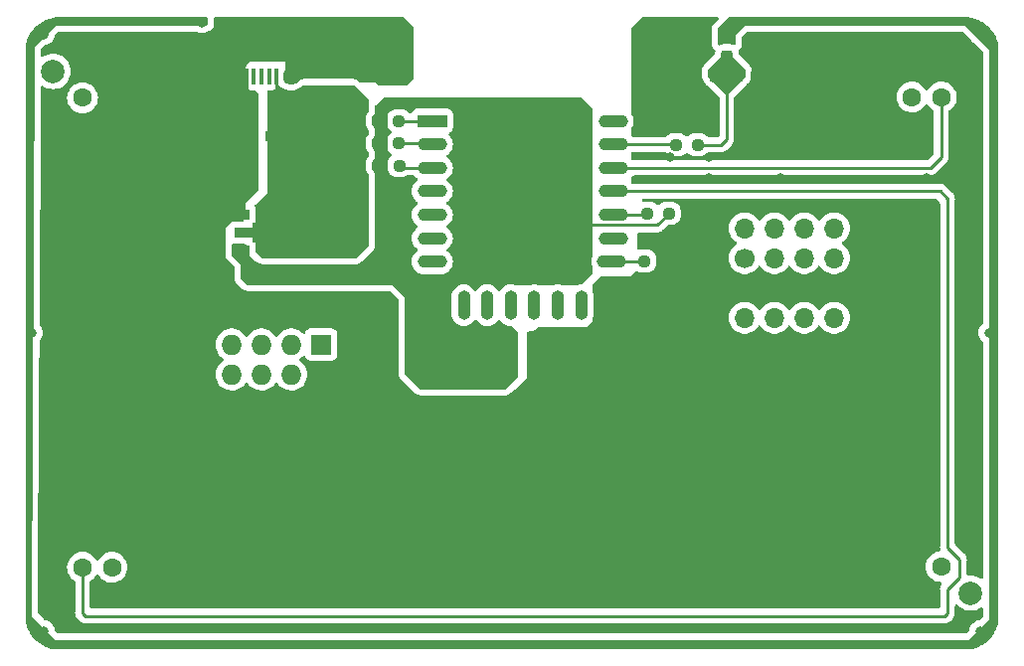
<source format=gtl>
%TF.GenerationSoftware,KiCad,Pcbnew,7.0.2-6a45011f42~172~ubuntu20.04.1*%
%TF.CreationDate,2023-05-20T00:08:37+02:00*%
%TF.ProjectId,pongCard,706f6e67-4361-4726-942e-6b696361645f,rev?*%
%TF.SameCoordinates,Original*%
%TF.FileFunction,Copper,L1,Top*%
%TF.FilePolarity,Positive*%
%FSLAX46Y46*%
G04 Gerber Fmt 4.6, Leading zero omitted, Abs format (unit mm)*
G04 Created by KiCad (PCBNEW 7.0.2-6a45011f42~172~ubuntu20.04.1) date 2023-05-20 00:08:37*
%MOMM*%
%LPD*%
G01*
G04 APERTURE LIST*
G04 Aperture macros list*
%AMRoundRect*
0 Rectangle with rounded corners*
0 $1 Rounding radius*
0 $2 $3 $4 $5 $6 $7 $8 $9 X,Y pos of 4 corners*
0 Add a 4 corners polygon primitive as box body*
4,1,4,$2,$3,$4,$5,$6,$7,$8,$9,$2,$3,0*
0 Add four circle primitives for the rounded corners*
1,1,$1+$1,$2,$3*
1,1,$1+$1,$4,$5*
1,1,$1+$1,$6,$7*
1,1,$1+$1,$8,$9*
0 Add four rect primitives between the rounded corners*
20,1,$1+$1,$2,$3,$4,$5,0*
20,1,$1+$1,$4,$5,$6,$7,0*
20,1,$1+$1,$6,$7,$8,$9,0*
20,1,$1+$1,$8,$9,$2,$3,0*%
%AMFreePoly0*
4,1,9,3.862500,-0.866500,0.737500,-0.866500,0.737500,-0.450000,-0.737500,-0.450000,-0.737500,0.450000,0.737500,0.450000,0.737500,0.866500,3.862500,0.866500,3.862500,-0.866500,3.862500,-0.866500,$1*%
G04 Aperture macros list end*
%TA.AperFunction,NonConductor*%
%ADD10C,0.200000*%
%TD*%
%TA.AperFunction,SMDPad,CuDef*%
%ADD11RoundRect,0.249999X-0.412501X-0.650001X0.412501X-0.650001X0.412501X0.650001X-0.412501X0.650001X0*%
%TD*%
%TA.AperFunction,SMDPad,CuDef*%
%ADD12RoundRect,0.237500X-0.300000X-0.237500X0.300000X-0.237500X0.300000X0.237500X-0.300000X0.237500X0*%
%TD*%
%TA.AperFunction,SMDPad,CuDef*%
%ADD13RoundRect,0.249999X0.412501X0.650001X-0.412501X0.650001X-0.412501X-0.650001X0.412501X-0.650001X0*%
%TD*%
%TA.AperFunction,SMDPad,CuDef*%
%ADD14RoundRect,0.237500X0.300000X0.237500X-0.300000X0.237500X-0.300000X-0.237500X0.300000X-0.237500X0*%
%TD*%
%TA.AperFunction,SMDPad,CuDef*%
%ADD15R,0.400000X1.350000*%
%TD*%
%TA.AperFunction,ComponentPad*%
%ADD16O,1.200000X1.900000*%
%TD*%
%TA.AperFunction,SMDPad,CuDef*%
%ADD17R,1.200000X1.900000*%
%TD*%
%TA.AperFunction,ComponentPad*%
%ADD18C,1.450000*%
%TD*%
%TA.AperFunction,SMDPad,CuDef*%
%ADD19R,1.500000X1.900000*%
%TD*%
%TA.AperFunction,SMDPad,CuDef*%
%ADD20RoundRect,0.237500X-0.250000X-0.237500X0.250000X-0.237500X0.250000X0.237500X-0.250000X0.237500X0*%
%TD*%
%TA.AperFunction,SMDPad,CuDef*%
%ADD21R,1.300000X0.900000*%
%TD*%
%TA.AperFunction,SMDPad,CuDef*%
%ADD22FreePoly0,0.000000*%
%TD*%
%TA.AperFunction,ComponentPad*%
%ADD23R,2.500000X1.100000*%
%TD*%
%TA.AperFunction,ComponentPad*%
%ADD24O,2.500000X1.100000*%
%TD*%
%TA.AperFunction,ComponentPad*%
%ADD25O,1.100000X2.500000*%
%TD*%
%TA.AperFunction,ComponentPad*%
%ADD26C,2.000000*%
%TD*%
%TA.AperFunction,ComponentPad*%
%ADD27C,1.600000*%
%TD*%
%TA.AperFunction,SMDPad,CuDef*%
%ADD28RoundRect,0.237500X0.250000X0.237500X-0.250000X0.237500X-0.250000X-0.237500X0.250000X-0.237500X0*%
%TD*%
%TA.AperFunction,ComponentPad*%
%ADD29C,1.700000*%
%TD*%
%TA.AperFunction,ComponentPad*%
%ADD30O,1.700000X1.700000*%
%TD*%
%TA.AperFunction,ComponentPad*%
%ADD31R,1.727200X1.727200*%
%TD*%
%TA.AperFunction,ComponentPad*%
%ADD32O,1.727200X1.727200*%
%TD*%
%TA.AperFunction,SMDPad,CuDef*%
%ADD33RoundRect,0.237500X0.237500X-0.300000X0.237500X0.300000X-0.237500X0.300000X-0.237500X-0.300000X0*%
%TD*%
%TA.AperFunction,ViaPad*%
%ADD34C,0.800000*%
%TD*%
%TA.AperFunction,Conductor*%
%ADD35C,0.250000*%
%TD*%
G04 APERTURE END LIST*
D10*
X121793000Y-65072000D02*
X121793000Y-65580000D01*
X120269000Y-67104000D01*
X118745000Y-65580000D01*
X118745000Y-65072000D01*
X120269000Y-63548000D01*
X121793000Y-65072000D01*
%TA.AperFunction,NonConductor*%
G36*
X121793000Y-65072000D02*
G01*
X121793000Y-65580000D01*
X120269000Y-67104000D01*
X118745000Y-65580000D01*
X118745000Y-65072000D01*
X120269000Y-63548000D01*
X121793000Y-65072000D01*
G37*
%TD.AperFunction*%
D11*
X101307500Y-90345000D03*
X104432500Y-90345000D03*
D12*
X102007500Y-87805000D03*
X103732500Y-87805000D03*
D13*
X82207500Y-74470000D03*
X79082500Y-74470000D03*
D14*
X81507500Y-70660000D03*
X79782500Y-70660000D03*
D15*
X81945000Y-65597500D03*
X81295000Y-65597500D03*
X80645000Y-65597500D03*
X79995000Y-65597500D03*
X79345000Y-65597500D03*
D16*
X84145000Y-62897500D03*
D17*
X83545000Y-62897500D03*
D18*
X83145000Y-65597500D03*
D19*
X81645000Y-62897500D03*
X79645000Y-62897500D03*
D18*
X78145000Y-65597500D03*
D17*
X77745000Y-62897500D03*
D16*
X77145000Y-62897500D03*
D20*
X90527500Y-69390000D03*
X92352500Y-69390000D03*
X90527500Y-71295000D03*
X92352500Y-71295000D03*
D21*
X78995000Y-77415000D03*
D22*
X79082500Y-78915000D03*
D21*
X78995000Y-80415000D03*
D23*
X95185000Y-69390000D03*
D24*
X95185000Y-71390000D03*
X95185000Y-73390000D03*
X95185000Y-75390000D03*
X95185000Y-77390000D03*
X95185000Y-79390000D03*
X95185000Y-81390000D03*
X95185000Y-83390000D03*
X110585000Y-83390000D03*
X110485000Y-81390000D03*
X110585000Y-79390000D03*
X110585000Y-77390000D03*
X110585000Y-75390000D03*
X110585000Y-73390000D03*
X110585000Y-71390000D03*
X110585000Y-69390000D03*
D25*
X97875000Y-85090000D03*
X99875000Y-85090000D03*
X101875000Y-85090000D03*
X103875000Y-85090000D03*
X105875000Y-85090000D03*
X107875000Y-85090000D03*
D26*
X141037000Y-109608000D03*
D27*
X138537000Y-107358000D03*
X138537000Y-67358000D03*
X136037000Y-67358000D03*
D26*
X141037000Y-64858000D03*
X133537000Y-65108000D03*
D27*
X136037000Y-107358000D03*
D26*
X133537000Y-109608000D03*
X62905000Y-65174000D03*
D27*
X65405000Y-67424000D03*
X65405000Y-107424000D03*
X67905000Y-107424000D03*
D26*
X62905000Y-109924000D03*
X70405000Y-109674000D03*
D27*
X67905000Y-67424000D03*
D26*
X70405000Y-65174000D03*
D28*
X115339500Y-77264000D03*
X113514500Y-77264000D03*
D29*
X129413000Y-83614000D03*
D30*
X129413000Y-86154000D03*
X126873000Y-83614000D03*
X126873000Y-86154000D03*
X124333000Y-83614000D03*
X124333000Y-86154000D03*
X121793000Y-83614000D03*
X121793000Y-86154000D03*
D31*
X85725000Y-88440000D03*
D32*
X85725000Y-90980000D03*
X83185000Y-88440000D03*
X83185000Y-90980000D03*
X80645000Y-88440000D03*
X80645000Y-90980000D03*
X78105000Y-88440000D03*
X78105000Y-90980000D03*
D29*
X121793000Y-81074000D03*
D30*
X121793000Y-78534000D03*
X124333000Y-81074000D03*
X124333000Y-78534000D03*
X126873000Y-81074000D03*
X126873000Y-78534000D03*
X129413000Y-81074000D03*
X129413000Y-78534000D03*
D33*
X120269000Y-63902500D03*
X120269000Y-62177500D03*
D28*
X92376000Y-73200000D03*
X90551000Y-73200000D03*
D12*
X121084000Y-65580000D03*
X122809000Y-65580000D03*
D20*
X115951000Y-71422000D03*
X117776000Y-71422000D03*
D28*
X115085500Y-81328000D03*
X113260500Y-81328000D03*
D12*
X117628500Y-65580000D03*
X119353500Y-65580000D03*
D34*
X140335000Y-76756000D03*
X140335000Y-72184000D03*
X75057000Y-65580000D03*
X73279000Y-112570000D03*
X118745000Y-74216000D03*
X140335000Y-103934000D03*
X137541000Y-110030000D03*
X88011000Y-87424000D03*
X91567000Y-90980000D03*
X115437695Y-72454007D03*
X81915000Y-84376000D03*
X124841000Y-71676000D03*
X124841000Y-68374000D03*
X127635000Y-112570000D03*
X88011000Y-90980000D03*
X84455000Y-84376000D03*
X137287000Y-76756000D03*
X127635000Y-110030000D03*
X137541000Y-112570000D03*
X118745000Y-69390000D03*
X115443000Y-85392000D03*
X105791000Y-90472000D03*
X75057000Y-68374000D03*
X118745000Y-76756000D03*
X124841000Y-66088000D03*
X91567000Y-87424000D03*
X91567000Y-94536000D03*
X137287000Y-74216000D03*
X124841000Y-74216000D03*
X73279000Y-110030000D03*
X111633000Y-85392000D03*
X115443000Y-69390000D03*
X137287000Y-72184000D03*
X88011000Y-94536000D03*
X118745000Y-72438000D03*
X137287000Y-103934000D03*
X105791000Y-94536000D03*
X105791000Y-87678000D03*
X141859000Y-62024000D03*
X141859000Y-112824000D03*
X61087000Y-87424000D03*
X62103000Y-62024000D03*
X120777000Y-61262000D03*
X75565000Y-61008000D03*
X62103000Y-112824000D03*
X142621000Y-87424000D03*
D35*
X83545000Y-65197500D02*
X83145000Y-65597500D01*
X83162500Y-65580000D02*
X83145000Y-65597500D01*
X79082500Y-77327500D02*
X78995000Y-77415000D01*
X79082500Y-74470000D02*
X79082500Y-77327500D01*
X79345000Y-70222500D02*
X79782500Y-70660000D01*
X79645000Y-62897500D02*
X81645000Y-62897500D01*
X70155000Y-65174000D02*
X70405000Y-65174000D01*
X78145000Y-65597500D02*
X78122500Y-65597500D01*
X79345000Y-70222500D02*
X79345000Y-74207500D01*
X79082500Y-73851500D02*
X79082500Y-74470000D01*
X77745000Y-62897500D02*
X79645000Y-62897500D01*
X79345000Y-74207500D02*
X79082500Y-74470000D01*
X77745000Y-65220000D02*
X77745000Y-62897500D01*
X83545000Y-62897500D02*
X83545000Y-65197500D01*
X78122500Y-65597500D02*
X77745000Y-65220000D01*
X79345000Y-65597500D02*
X79345000Y-70222500D01*
X81645000Y-62897500D02*
X84145000Y-62897500D01*
X108062000Y-78265000D02*
X108047000Y-78280000D01*
X115339500Y-77264000D02*
X114338500Y-78265000D01*
X108047000Y-78280000D02*
X107061000Y-78280000D01*
X114338500Y-78265000D02*
X108062000Y-78265000D01*
X90527500Y-69390000D02*
X90527500Y-71295000D01*
X107061000Y-78280000D02*
X106807000Y-78026000D01*
X81945000Y-70222500D02*
X81507500Y-70660000D01*
X81945000Y-65597500D02*
X81945000Y-70222500D01*
X81945000Y-70222500D02*
X81945000Y-74207500D01*
X82207500Y-74470000D02*
X82207500Y-77352500D01*
X81945000Y-74207500D02*
X82207500Y-74470000D01*
X82207500Y-77352500D02*
X80645000Y-78915000D01*
X80645000Y-78915000D02*
X79082500Y-78915000D01*
X92566000Y-73390000D02*
X92376000Y-73200000D01*
X95885000Y-73390000D02*
X92566000Y-73390000D01*
X92352500Y-71295000D02*
X95790000Y-71295000D01*
X138557000Y-107338000D02*
X138537000Y-107358000D01*
X65405000Y-67650000D02*
X65425000Y-67630000D01*
X95790000Y-71295000D02*
X95885000Y-71390000D01*
X92352500Y-71295000D02*
X92352500Y-71652500D01*
X113388500Y-77390000D02*
X113514500Y-77264000D01*
X109885000Y-77390000D02*
X113388500Y-77390000D01*
X109885000Y-81390000D02*
X113198500Y-81390000D01*
X113198500Y-81390000D02*
X113260500Y-81328000D01*
X92352500Y-69390000D02*
X95885000Y-69390000D01*
X137605000Y-73390000D02*
X138537000Y-72458000D01*
X109885000Y-73390000D02*
X137605000Y-73390000D01*
X138537000Y-72458000D02*
X138537000Y-67358000D01*
X138461000Y-75390000D02*
X137445000Y-75390000D01*
X65659000Y-111554000D02*
X138811000Y-111554000D01*
X140081000Y-106728000D02*
X140081000Y-108252000D01*
X139065000Y-75994000D02*
X139065000Y-105712000D01*
X65405000Y-107424000D02*
X65405000Y-111300000D01*
X140081000Y-108252000D02*
X139065000Y-109268000D01*
X139065000Y-105712000D02*
X140081000Y-106728000D01*
X139065000Y-111300000D02*
X139065000Y-109268000D01*
X137445000Y-75390000D02*
X138145000Y-75390000D01*
X65405000Y-111300000D02*
X65659000Y-111554000D01*
X109885000Y-75390000D02*
X137445000Y-75390000D01*
X138461000Y-75390000D02*
X139065000Y-75994000D01*
X138811000Y-111554000D02*
X139065000Y-111300000D01*
X119353500Y-65580000D02*
X119353500Y-64818000D01*
X121084000Y-64717500D02*
X120269000Y-63902500D01*
X119353500Y-64818000D02*
X120269000Y-63902500D01*
X121084000Y-65580000D02*
X121084000Y-64717500D01*
X120269000Y-70914000D02*
X120269000Y-66596000D01*
X119761000Y-71422000D02*
X120269000Y-70914000D01*
X119353500Y-65580000D02*
X119353500Y-65680500D01*
X120269000Y-66395000D02*
X121084000Y-65580000D01*
X119353500Y-65680500D02*
X120269000Y-66596000D01*
X120269000Y-66596000D02*
X120269000Y-63902500D01*
X117776000Y-71422000D02*
X119761000Y-71422000D01*
X120269000Y-66596000D02*
X120269000Y-66395000D01*
X109885000Y-71390000D02*
X115919000Y-71390000D01*
X115919000Y-71390000D02*
X115951000Y-71422000D01*
%TA.AperFunction,Conductor*%
G36*
X92743258Y-60545502D02*
G01*
X92769962Y-60568528D01*
X93566707Y-61479094D01*
X93567825Y-61480371D01*
X93597629Y-61544809D01*
X93599000Y-61563343D01*
X93599000Y-65781809D01*
X93578998Y-65849930D01*
X93562096Y-65870904D01*
X93127903Y-66305096D01*
X93065593Y-66339120D01*
X93038810Y-66342000D01*
X90603190Y-66342000D01*
X90535069Y-66321998D01*
X90514099Y-66305099D01*
X90297000Y-66088000D01*
X89043388Y-66088000D01*
X88975267Y-66067998D01*
X88954293Y-66051095D01*
X88920213Y-66017015D01*
X88920213Y-66017014D01*
X88919004Y-66015806D01*
X88896091Y-65995224D01*
X88879366Y-65980199D01*
X88879353Y-65980188D01*
X88878123Y-65979083D01*
X88876822Y-65978034D01*
X88876812Y-65978026D01*
X88858474Y-65963248D01*
X88857149Y-65962180D01*
X88840652Y-65950284D01*
X88812549Y-65930018D01*
X88753388Y-65903000D01*
X88679600Y-65869302D01*
X88613625Y-65849930D01*
X88611483Y-65849301D01*
X88611481Y-65849300D01*
X88611479Y-65849300D01*
X88466810Y-65828500D01*
X84195112Y-65828500D01*
X84192072Y-65828796D01*
X84192058Y-65828797D01*
X84098992Y-65837870D01*
X84098980Y-65837871D01*
X84095931Y-65838169D01*
X84092935Y-65838758D01*
X84092913Y-65838762D01*
X84051182Y-65846978D01*
X84048175Y-65847570D01*
X84045250Y-65848447D01*
X84045241Y-65848450D01*
X83952743Y-65876208D01*
X83826752Y-65950284D01*
X83747066Y-66013975D01*
X83739194Y-66021539D01*
X83709639Y-66051095D01*
X83647327Y-66085121D01*
X83620544Y-66088000D01*
X83237190Y-66088000D01*
X83169069Y-66067998D01*
X83148095Y-66051095D01*
X82713905Y-65616905D01*
X82679879Y-65554593D01*
X82677000Y-65527810D01*
X82677000Y-64310000D01*
X79629000Y-64310000D01*
X79629000Y-64354212D01*
X79608998Y-64422333D01*
X79555342Y-64468826D01*
X79549013Y-64471447D01*
X79431738Y-64559238D01*
X79344111Y-64676294D01*
X79310979Y-64765125D01*
X79293011Y-64813299D01*
X79286500Y-64873862D01*
X79286500Y-66321138D01*
X79293011Y-66381701D01*
X79316101Y-66443608D01*
X79344111Y-66518705D01*
X79431738Y-66635761D01*
X79548794Y-66723388D01*
X79548795Y-66723388D01*
X79548796Y-66723389D01*
X79685799Y-66774489D01*
X79746362Y-66781000D01*
X79749731Y-66781000D01*
X80015810Y-66781000D01*
X80083931Y-66801002D01*
X80104905Y-66817905D01*
X80354095Y-67067095D01*
X80388121Y-67129407D01*
X80391000Y-67156190D01*
X80391000Y-75179809D01*
X80370998Y-75247930D01*
X80354095Y-75268904D01*
X79121000Y-76501998D01*
X79121000Y-77825271D01*
X79100998Y-77893392D01*
X79047342Y-77939885D01*
X78995000Y-77951271D01*
X78345000Y-77951271D01*
X78342750Y-77951431D01*
X78342747Y-77951432D01*
X78271889Y-77956499D01*
X78131589Y-77997696D01*
X78008578Y-78076750D01*
X77912822Y-78187257D01*
X77896278Y-78223485D01*
X77870761Y-78260237D01*
X77597000Y-78533999D01*
X77597000Y-79942365D01*
X77595718Y-79960295D01*
X77591500Y-79989633D01*
X77591500Y-80767809D01*
X77591590Y-80769494D01*
X77591591Y-80769520D01*
X77591782Y-80773080D01*
X77594441Y-80822691D01*
X77594619Y-80824349D01*
X77594621Y-80824371D01*
X77596278Y-80839780D01*
X77597000Y-80853246D01*
X77597000Y-81074000D01*
X78316595Y-81793595D01*
X78350619Y-81855906D01*
X78353499Y-81882689D01*
X78353499Y-82798105D01*
X78353499Y-82798142D01*
X78353500Y-82799810D01*
X78353590Y-82801495D01*
X78353591Y-82801521D01*
X78356350Y-82852999D01*
X78356441Y-82854692D01*
X78356619Y-82856350D01*
X78356621Y-82856372D01*
X78359139Y-82879797D01*
X78359142Y-82879819D01*
X78359320Y-82881475D01*
X78359588Y-82883131D01*
X78359590Y-82883143D01*
X78368115Y-82935750D01*
X78419192Y-83072690D01*
X78453222Y-83135008D01*
X78540804Y-83252002D01*
X78540805Y-83252003D01*
X78540806Y-83252004D01*
X78974996Y-83686194D01*
X79000867Y-83709434D01*
X79014633Y-83721800D01*
X79014642Y-83721808D01*
X79015877Y-83722917D01*
X79036851Y-83739820D01*
X79081451Y-83771982D01*
X79214400Y-83832698D01*
X79282521Y-83852700D01*
X79427190Y-83873500D01*
X91556110Y-83873500D01*
X91624231Y-83893502D01*
X91645205Y-83910404D01*
X92286594Y-84551792D01*
X92320619Y-84614105D01*
X92323499Y-84640888D01*
X92323499Y-90926104D01*
X92323499Y-90926141D01*
X92323500Y-90927809D01*
X92323590Y-90929495D01*
X92323591Y-90929519D01*
X92326349Y-90980988D01*
X92326351Y-90981019D01*
X92326441Y-90982689D01*
X92326619Y-90984351D01*
X92326622Y-90984380D01*
X92329136Y-91007764D01*
X92329320Y-91009473D01*
X92338116Y-91063752D01*
X92338117Y-91063754D01*
X92389192Y-91200690D01*
X92423222Y-91263008D01*
X92510807Y-91380006D01*
X93123747Y-91992945D01*
X93706996Y-92576194D01*
X93732867Y-92599434D01*
X93746633Y-92611800D01*
X93746642Y-92611808D01*
X93747877Y-92612917D01*
X93768851Y-92629820D01*
X93813451Y-92661982D01*
X93946400Y-92722698D01*
X94014521Y-92742700D01*
X94159190Y-92763500D01*
X94159193Y-92763500D01*
X101419105Y-92763500D01*
X101420810Y-92763500D01*
X101475692Y-92760559D01*
X101502475Y-92757680D01*
X101556752Y-92748884D01*
X101693693Y-92697806D01*
X101756005Y-92663780D01*
X101873004Y-92576194D01*
X102162294Y-92286903D01*
X102211931Y-92259800D01*
X102211845Y-92259591D01*
X102213789Y-92258785D01*
X102224605Y-92252880D01*
X102229253Y-92252380D01*
X102234999Y-92250000D01*
X102235000Y-92250000D01*
X103251000Y-91234000D01*
X103251000Y-87740999D01*
X103271002Y-87672878D01*
X103301396Y-87640202D01*
X104233399Y-86941200D01*
X104299898Y-86916329D01*
X104309000Y-86916000D01*
X108331000Y-86916000D01*
X108838999Y-86408001D01*
X108839000Y-86408000D01*
X108839000Y-86263501D01*
X108853878Y-86204104D01*
X108857659Y-86197031D01*
X108870712Y-86154000D01*
X120429844Y-86154000D01*
X120448436Y-86378368D01*
X120448436Y-86378371D01*
X120448437Y-86378372D01*
X120503702Y-86596611D01*
X120594139Y-86802790D01*
X120668103Y-86916000D01*
X120717278Y-86991268D01*
X120818896Y-87101654D01*
X120869762Y-87156908D01*
X121037400Y-87287387D01*
X121047424Y-87295189D01*
X121245426Y-87402342D01*
X121458365Y-87475444D01*
X121680431Y-87512500D01*
X121680434Y-87512500D01*
X121905566Y-87512500D01*
X121905569Y-87512500D01*
X122127635Y-87475444D01*
X122340574Y-87402342D01*
X122538576Y-87295189D01*
X122716240Y-87156906D01*
X122868722Y-86991268D01*
X122957518Y-86855354D01*
X123011521Y-86809268D01*
X123081869Y-86799693D01*
X123146226Y-86829670D01*
X123168480Y-86855353D01*
X123257278Y-86991268D01*
X123358896Y-87101654D01*
X123409762Y-87156908D01*
X123577400Y-87287387D01*
X123587424Y-87295189D01*
X123785426Y-87402342D01*
X123998365Y-87475444D01*
X124220431Y-87512500D01*
X124220434Y-87512500D01*
X124445566Y-87512500D01*
X124445569Y-87512500D01*
X124667635Y-87475444D01*
X124880574Y-87402342D01*
X125078576Y-87295189D01*
X125256240Y-87156906D01*
X125408722Y-86991268D01*
X125497518Y-86855354D01*
X125551521Y-86809268D01*
X125621869Y-86799693D01*
X125686226Y-86829670D01*
X125708480Y-86855353D01*
X125797278Y-86991268D01*
X125898896Y-87101654D01*
X125949762Y-87156908D01*
X126117400Y-87287387D01*
X126127424Y-87295189D01*
X126325426Y-87402342D01*
X126538365Y-87475444D01*
X126760431Y-87512500D01*
X126760434Y-87512500D01*
X126985566Y-87512500D01*
X126985569Y-87512500D01*
X127207635Y-87475444D01*
X127420574Y-87402342D01*
X127618576Y-87295189D01*
X127796240Y-87156906D01*
X127948722Y-86991268D01*
X128037518Y-86855354D01*
X128091521Y-86809268D01*
X128161869Y-86799693D01*
X128226226Y-86829670D01*
X128248480Y-86855353D01*
X128337278Y-86991268D01*
X128438896Y-87101654D01*
X128489762Y-87156908D01*
X128657400Y-87287387D01*
X128667424Y-87295189D01*
X128865426Y-87402342D01*
X129078365Y-87475444D01*
X129300431Y-87512500D01*
X129300434Y-87512500D01*
X129525566Y-87512500D01*
X129525569Y-87512500D01*
X129747635Y-87475444D01*
X129960574Y-87402342D01*
X130158576Y-87295189D01*
X130336240Y-87156906D01*
X130488722Y-86991268D01*
X130611860Y-86802791D01*
X130702296Y-86596616D01*
X130757564Y-86378368D01*
X130776156Y-86154000D01*
X130757564Y-85929632D01*
X130702296Y-85711384D01*
X130611860Y-85505209D01*
X130488722Y-85316732D01*
X130336240Y-85151094D01*
X130336239Y-85151093D01*
X130336237Y-85151091D01*
X130158578Y-85012812D01*
X129960573Y-84905657D01*
X129816427Y-84856172D01*
X129747635Y-84832556D01*
X129525569Y-84795500D01*
X129300431Y-84795500D01*
X129078365Y-84832556D01*
X129078362Y-84832556D01*
X129078362Y-84832557D01*
X128865426Y-84905657D01*
X128667421Y-85012812D01*
X128489762Y-85151091D01*
X128337278Y-85316731D01*
X128248483Y-85452643D01*
X128194479Y-85498731D01*
X128124131Y-85508306D01*
X128059774Y-85478328D01*
X128037517Y-85452643D01*
X127948721Y-85316731D01*
X127796237Y-85151091D01*
X127618578Y-85012812D01*
X127420573Y-84905657D01*
X127276427Y-84856172D01*
X127207635Y-84832556D01*
X126985569Y-84795500D01*
X126760431Y-84795500D01*
X126538365Y-84832556D01*
X126538362Y-84832556D01*
X126538362Y-84832557D01*
X126325426Y-84905657D01*
X126127421Y-85012812D01*
X125949762Y-85151091D01*
X125797278Y-85316731D01*
X125708483Y-85452643D01*
X125654479Y-85498731D01*
X125584131Y-85508306D01*
X125519774Y-85478328D01*
X125497517Y-85452643D01*
X125408721Y-85316731D01*
X125256237Y-85151091D01*
X125078578Y-85012812D01*
X124880573Y-84905657D01*
X124736427Y-84856172D01*
X124667635Y-84832556D01*
X124445569Y-84795500D01*
X124220431Y-84795500D01*
X123998365Y-84832556D01*
X123998362Y-84832556D01*
X123998362Y-84832557D01*
X123785426Y-84905657D01*
X123587421Y-85012812D01*
X123409762Y-85151091D01*
X123257278Y-85316731D01*
X123168483Y-85452643D01*
X123114479Y-85498731D01*
X123044131Y-85508306D01*
X122979774Y-85478328D01*
X122957517Y-85452643D01*
X122868721Y-85316731D01*
X122716237Y-85151091D01*
X122538578Y-85012812D01*
X122340573Y-84905657D01*
X122196427Y-84856172D01*
X122127635Y-84832556D01*
X121905569Y-84795500D01*
X121680431Y-84795500D01*
X121458365Y-84832556D01*
X121458362Y-84832556D01*
X121458362Y-84832557D01*
X121245426Y-84905657D01*
X121047421Y-85012812D01*
X120869762Y-85151091D01*
X120717278Y-85316731D01*
X120594139Y-85505209D01*
X120503702Y-85711388D01*
X120471409Y-85838912D01*
X120448436Y-85929632D01*
X120429844Y-86154000D01*
X108870712Y-86154000D01*
X108918185Y-85997502D01*
X108933500Y-85842005D01*
X108933500Y-84337995D01*
X108918185Y-84182498D01*
X108857659Y-83982969D01*
X108853877Y-83975893D01*
X108839000Y-83916499D01*
X108839000Y-83412190D01*
X108859002Y-83344069D01*
X108875905Y-83323095D01*
X109564095Y-82634905D01*
X109626407Y-82600879D01*
X109653190Y-82598000D01*
X112140999Y-82598000D01*
X112141000Y-82598000D01*
X112498756Y-82240243D01*
X112561064Y-82206221D01*
X112631880Y-82211285D01*
X112653992Y-82222099D01*
X112693080Y-82246209D01*
X112858619Y-82301062D01*
X112918650Y-82307195D01*
X112957585Y-82311173D01*
X112957587Y-82311173D01*
X112960787Y-82311500D01*
X113560212Y-82311499D01*
X113662381Y-82301062D01*
X113827920Y-82246209D01*
X113976346Y-82154658D01*
X114099658Y-82031346D01*
X114191209Y-81882920D01*
X114246062Y-81717381D01*
X114256500Y-81615213D01*
X114256499Y-81074000D01*
X120429844Y-81074000D01*
X120448436Y-81298368D01*
X120448436Y-81298371D01*
X120448437Y-81298372D01*
X120503702Y-81516611D01*
X120594139Y-81722790D01*
X120611701Y-81749670D01*
X120717278Y-81911268D01*
X120827821Y-82031349D01*
X120869762Y-82076908D01*
X121035902Y-82206221D01*
X121047424Y-82215189D01*
X121245426Y-82322342D01*
X121458365Y-82395444D01*
X121680431Y-82432500D01*
X121680434Y-82432500D01*
X121905566Y-82432500D01*
X121905569Y-82432500D01*
X122127635Y-82395444D01*
X122340574Y-82322342D01*
X122538576Y-82215189D01*
X122716240Y-82076906D01*
X122868722Y-81911268D01*
X122957518Y-81775354D01*
X123011521Y-81729268D01*
X123081869Y-81719693D01*
X123146226Y-81749670D01*
X123168480Y-81775353D01*
X123257278Y-81911268D01*
X123367821Y-82031349D01*
X123409762Y-82076908D01*
X123575902Y-82206221D01*
X123587424Y-82215189D01*
X123785426Y-82322342D01*
X123998365Y-82395444D01*
X124220431Y-82432500D01*
X124220434Y-82432500D01*
X124445566Y-82432500D01*
X124445569Y-82432500D01*
X124667635Y-82395444D01*
X124880574Y-82322342D01*
X125078576Y-82215189D01*
X125256240Y-82076906D01*
X125408722Y-81911268D01*
X125497518Y-81775354D01*
X125551521Y-81729268D01*
X125621869Y-81719693D01*
X125686226Y-81749670D01*
X125708480Y-81775353D01*
X125797278Y-81911268D01*
X125907821Y-82031349D01*
X125949762Y-82076908D01*
X126115902Y-82206221D01*
X126127424Y-82215189D01*
X126325426Y-82322342D01*
X126538365Y-82395444D01*
X126760431Y-82432500D01*
X126760434Y-82432500D01*
X126985566Y-82432500D01*
X126985569Y-82432500D01*
X127207635Y-82395444D01*
X127420574Y-82322342D01*
X127618576Y-82215189D01*
X127796240Y-82076906D01*
X127948722Y-81911268D01*
X128037518Y-81775354D01*
X128091521Y-81729268D01*
X128161869Y-81719693D01*
X128226226Y-81749670D01*
X128248480Y-81775353D01*
X128337278Y-81911268D01*
X128447821Y-82031349D01*
X128489762Y-82076908D01*
X128655902Y-82206221D01*
X128667424Y-82215189D01*
X128865426Y-82322342D01*
X129078365Y-82395444D01*
X129300431Y-82432500D01*
X129300434Y-82432500D01*
X129525566Y-82432500D01*
X129525569Y-82432500D01*
X129747635Y-82395444D01*
X129960574Y-82322342D01*
X130158576Y-82215189D01*
X130336240Y-82076906D01*
X130488722Y-81911268D01*
X130611860Y-81722791D01*
X130702296Y-81516616D01*
X130757564Y-81298368D01*
X130776156Y-81074000D01*
X130757564Y-80849632D01*
X130702296Y-80631384D01*
X130611860Y-80425209D01*
X130488722Y-80236732D01*
X130336240Y-80071094D01*
X130336239Y-80071093D01*
X130336237Y-80071091D01*
X130158579Y-79932813D01*
X130158577Y-79932812D01*
X130158576Y-79932811D01*
X130125317Y-79914812D01*
X130074929Y-79864801D01*
X130059576Y-79795484D01*
X130084136Y-79728871D01*
X130125316Y-79693187D01*
X130158576Y-79675189D01*
X130336240Y-79536906D01*
X130488722Y-79371268D01*
X130611860Y-79182791D01*
X130702296Y-78976616D01*
X130757564Y-78758368D01*
X130776156Y-78534000D01*
X130757564Y-78309632D01*
X130702296Y-78091384D01*
X130611860Y-77885209D01*
X130488722Y-77696732D01*
X130336240Y-77531094D01*
X130336239Y-77531093D01*
X130336237Y-77531091D01*
X130158578Y-77392812D01*
X129960573Y-77285657D01*
X129816427Y-77236172D01*
X129747635Y-77212556D01*
X129525569Y-77175500D01*
X129300431Y-77175500D01*
X129078365Y-77212556D01*
X129078362Y-77212556D01*
X129078362Y-77212557D01*
X128865426Y-77285657D01*
X128667421Y-77392812D01*
X128489762Y-77531091D01*
X128337278Y-77696731D01*
X128248483Y-77832643D01*
X128194479Y-77878731D01*
X128124131Y-77888306D01*
X128059774Y-77858328D01*
X128037517Y-77832643D01*
X127948721Y-77696731D01*
X127908811Y-77653378D01*
X127796240Y-77531094D01*
X127796239Y-77531093D01*
X127796237Y-77531091D01*
X127618578Y-77392812D01*
X127420573Y-77285657D01*
X127276427Y-77236172D01*
X127207635Y-77212556D01*
X126985569Y-77175500D01*
X126760431Y-77175500D01*
X126538365Y-77212556D01*
X126538362Y-77212556D01*
X126538362Y-77212557D01*
X126325426Y-77285657D01*
X126127421Y-77392812D01*
X125949762Y-77531091D01*
X125797278Y-77696731D01*
X125708483Y-77832643D01*
X125654479Y-77878731D01*
X125584131Y-77888306D01*
X125519774Y-77858328D01*
X125497517Y-77832643D01*
X125408721Y-77696731D01*
X125368811Y-77653378D01*
X125256240Y-77531094D01*
X125256239Y-77531093D01*
X125256237Y-77531091D01*
X125078578Y-77392812D01*
X124880573Y-77285657D01*
X124736427Y-77236172D01*
X124667635Y-77212556D01*
X124445569Y-77175500D01*
X124220431Y-77175500D01*
X123998365Y-77212556D01*
X123998362Y-77212556D01*
X123998362Y-77212557D01*
X123785426Y-77285657D01*
X123587421Y-77392812D01*
X123409762Y-77531091D01*
X123257278Y-77696731D01*
X123168483Y-77832643D01*
X123114479Y-77878731D01*
X123044131Y-77888306D01*
X122979774Y-77858328D01*
X122957517Y-77832643D01*
X122868721Y-77696731D01*
X122828811Y-77653378D01*
X122716240Y-77531094D01*
X122716239Y-77531093D01*
X122716237Y-77531091D01*
X122538578Y-77392812D01*
X122340573Y-77285657D01*
X122196427Y-77236172D01*
X122127635Y-77212556D01*
X121905569Y-77175500D01*
X121680431Y-77175500D01*
X121458365Y-77212556D01*
X121458362Y-77212556D01*
X121458362Y-77212557D01*
X121245426Y-77285657D01*
X121047421Y-77392812D01*
X120869762Y-77531091D01*
X120717278Y-77696731D01*
X120594139Y-77885209D01*
X120503702Y-78091388D01*
X120454825Y-78284403D01*
X120448436Y-78309632D01*
X120429844Y-78534000D01*
X120448436Y-78758368D01*
X120448436Y-78758371D01*
X120448437Y-78758372D01*
X120503702Y-78976611D01*
X120594139Y-79182790D01*
X120611701Y-79209670D01*
X120717278Y-79371268D01*
X120819557Y-79482372D01*
X120869762Y-79536908D01*
X121047418Y-79675185D01*
X121047420Y-79675186D01*
X121047424Y-79675189D01*
X121080682Y-79693187D01*
X121131071Y-79743200D01*
X121146423Y-79812517D01*
X121121862Y-79879130D01*
X121080683Y-79914812D01*
X121055794Y-79928281D01*
X121047418Y-79932814D01*
X120869762Y-80071091D01*
X120717278Y-80236731D01*
X120594139Y-80425209D01*
X120503702Y-80631388D01*
X120455687Y-80820998D01*
X120448436Y-80849632D01*
X120429844Y-81074000D01*
X114256499Y-81074000D01*
X114256499Y-81040788D01*
X114246062Y-80938619D01*
X114191209Y-80773080D01*
X114099658Y-80624654D01*
X114099656Y-80624652D01*
X114099655Y-80624650D01*
X113976349Y-80501344D01*
X113976346Y-80501342D01*
X113827920Y-80409791D01*
X113662381Y-80354938D01*
X113662378Y-80354937D01*
X113563414Y-80344826D01*
X113563393Y-80344824D01*
X113560213Y-80344500D01*
X113557007Y-80344500D01*
X112963993Y-80344500D01*
X112963973Y-80344500D01*
X112960788Y-80344501D01*
X112957611Y-80344825D01*
X112957602Y-80344826D01*
X112858618Y-80354938D01*
X112840395Y-80360976D01*
X112814630Y-80369514D01*
X112743678Y-80371954D01*
X112682668Y-80335645D01*
X112650972Y-80272116D01*
X112649000Y-80249909D01*
X112649000Y-79024500D01*
X112669002Y-78956379D01*
X112722658Y-78909886D01*
X112775000Y-78898500D01*
X114254647Y-78898500D01*
X114275435Y-78900795D01*
X114278407Y-78900701D01*
X114278409Y-78900702D01*
X114346485Y-78898562D01*
X114350445Y-78898500D01*
X114374394Y-78898500D01*
X114378356Y-78898500D01*
X114382356Y-78897994D01*
X114394199Y-78897061D01*
X114438389Y-78895673D01*
X114457838Y-78890021D01*
X114477198Y-78886012D01*
X114497297Y-78883474D01*
X114538415Y-78867193D01*
X114549617Y-78863357D01*
X114592093Y-78851018D01*
X114609539Y-78840699D01*
X114627280Y-78832009D01*
X114646117Y-78824552D01*
X114681892Y-78798558D01*
X114691803Y-78792048D01*
X114729862Y-78769542D01*
X114744191Y-78755212D01*
X114759219Y-78742377D01*
X114775607Y-78730472D01*
X114803803Y-78696386D01*
X114811762Y-78687640D01*
X115215001Y-78284401D01*
X115277311Y-78250378D01*
X115304094Y-78247499D01*
X115636006Y-78247499D01*
X115639212Y-78247499D01*
X115741381Y-78237062D01*
X115906920Y-78182209D01*
X116055346Y-78090658D01*
X116178658Y-77967346D01*
X116270209Y-77818920D01*
X116325062Y-77653381D01*
X116335500Y-77551213D01*
X116335499Y-76976788D01*
X116325062Y-76874619D01*
X116270209Y-76709080D01*
X116178658Y-76560654D01*
X116178656Y-76560652D01*
X116178655Y-76560650D01*
X116055349Y-76437344D01*
X115950479Y-76372659D01*
X115906920Y-76345791D01*
X115741381Y-76290938D01*
X115741378Y-76290937D01*
X115642414Y-76280826D01*
X115642393Y-76280824D01*
X115639213Y-76280500D01*
X115636007Y-76280500D01*
X115042993Y-76280500D01*
X115042973Y-76280500D01*
X115039788Y-76280501D01*
X115036611Y-76280825D01*
X115036602Y-76280826D01*
X114937618Y-76290938D01*
X114772080Y-76345791D01*
X114623653Y-76437342D01*
X114516094Y-76544901D01*
X114453782Y-76578926D01*
X114382966Y-76573860D01*
X114337905Y-76544901D01*
X114230346Y-76437342D01*
X114081920Y-76345791D01*
X113916381Y-76290938D01*
X113916378Y-76290937D01*
X113817414Y-76280826D01*
X113817393Y-76280824D01*
X113814213Y-76280500D01*
X113811007Y-76280500D01*
X113217993Y-76280500D01*
X113217973Y-76280500D01*
X113214788Y-76280501D01*
X113211619Y-76280824D01*
X113211594Y-76280826D01*
X113183659Y-76283680D01*
X113113859Y-76270703D01*
X113062155Y-76222049D01*
X113044963Y-76153165D01*
X113067742Y-76085922D01*
X113081761Y-76069238D01*
X113090600Y-76060400D01*
X113152914Y-76026378D01*
X113179690Y-76023500D01*
X137364970Y-76023500D01*
X138026309Y-76023500D01*
X138094430Y-76043502D01*
X138115404Y-76060404D01*
X138394596Y-76339596D01*
X138428620Y-76401907D01*
X138431500Y-76428690D01*
X138431500Y-105628147D01*
X138429204Y-105648935D01*
X138431438Y-105719984D01*
X138431500Y-105723943D01*
X138431500Y-105751856D01*
X138431995Y-105755774D01*
X138431997Y-105755806D01*
X138432008Y-105755888D01*
X138432937Y-105767697D01*
X138434326Y-105811892D01*
X138439977Y-105831341D01*
X138443986Y-105850696D01*
X138446525Y-105870796D01*
X138453799Y-105889167D01*
X138460277Y-105959867D01*
X138427503Y-106022846D01*
X138365883Y-106058109D01*
X138347631Y-106061068D01*
X138308917Y-106064455D01*
X138087756Y-106123715D01*
X137880249Y-106220477D01*
X137692696Y-106351804D01*
X137530804Y-106513696D01*
X137399477Y-106701249D01*
X137302715Y-106908756D01*
X137243457Y-107129912D01*
X137223502Y-107358000D01*
X137243457Y-107586087D01*
X137302715Y-107807243D01*
X137399477Y-108014750D01*
X137530804Y-108202303D01*
X137692696Y-108364195D01*
X137880249Y-108495522D01*
X138087756Y-108592284D01*
X138147014Y-108608162D01*
X138308913Y-108651543D01*
X138441984Y-108663185D01*
X138508099Y-108689047D01*
X138549739Y-108746551D01*
X138557000Y-108788705D01*
X138557000Y-108844708D01*
X138541408Y-108905420D01*
X138538647Y-108910441D01*
X138527801Y-108926952D01*
X138515385Y-108942959D01*
X138497824Y-108983539D01*
X138492604Y-108994195D01*
X138471304Y-109032940D01*
X138466267Y-109052559D01*
X138459864Y-109071261D01*
X138451818Y-109089855D01*
X138444901Y-109133524D01*
X138442495Y-109145144D01*
X138431500Y-109187969D01*
X138431500Y-109208223D01*
X138429949Y-109227933D01*
X138426779Y-109247942D01*
X138430941Y-109291961D01*
X138431500Y-109303819D01*
X138431500Y-110794500D01*
X138411498Y-110862621D01*
X138357842Y-110909114D01*
X138305500Y-110920500D01*
X66164500Y-110920500D01*
X66096379Y-110900498D01*
X66049886Y-110846842D01*
X66038500Y-110794500D01*
X66038500Y-108643393D01*
X66058502Y-108575272D01*
X66092227Y-108540181D01*
X66249300Y-108430198D01*
X66411198Y-108268300D01*
X66542523Y-108080749D01*
X66542522Y-108080749D01*
X66548846Y-108071719D01*
X66550797Y-108073085D01*
X66587716Y-108031151D01*
X66655992Y-108011686D01*
X66723953Y-108032224D01*
X66759300Y-108073016D01*
X66761154Y-108071719D01*
X66898804Y-108268303D01*
X67060696Y-108430195D01*
X67248249Y-108561522D01*
X67455756Y-108658284D01*
X67505072Y-108671498D01*
X67676913Y-108717543D01*
X67905000Y-108737498D01*
X68133087Y-108717543D01*
X68354243Y-108658284D01*
X68561749Y-108561523D01*
X68749300Y-108430198D01*
X68911198Y-108268300D01*
X69042523Y-108080749D01*
X69139284Y-107873243D01*
X69198543Y-107652087D01*
X69218498Y-107424000D01*
X69198543Y-107195913D01*
X69139284Y-106974757D01*
X69108507Y-106908756D01*
X69042522Y-106767249D01*
X68911195Y-106579696D01*
X68749303Y-106417804D01*
X68561750Y-106286477D01*
X68354243Y-106189715D01*
X68133087Y-106130457D01*
X67905000Y-106110502D01*
X67676912Y-106130457D01*
X67455756Y-106189715D01*
X67248249Y-106286477D01*
X67060696Y-106417804D01*
X66898804Y-106579696D01*
X66761154Y-106776281D01*
X66759203Y-106774915D01*
X66722278Y-106816852D01*
X66654000Y-106836313D01*
X66586041Y-106815771D01*
X66550698Y-106774984D01*
X66548846Y-106776281D01*
X66489907Y-106692108D01*
X66411198Y-106579700D01*
X66411197Y-106579699D01*
X66411195Y-106579696D01*
X66249303Y-106417804D01*
X66061750Y-106286477D01*
X65854243Y-106189715D01*
X65633087Y-106130457D01*
X65556025Y-106123715D01*
X65405000Y-106110502D01*
X65404999Y-106110502D01*
X65176912Y-106130457D01*
X64955756Y-106189715D01*
X64748249Y-106286477D01*
X64560696Y-106417804D01*
X64398804Y-106579696D01*
X64267477Y-106767250D01*
X64204982Y-106901271D01*
X64179883Y-106937116D01*
X64135000Y-106981999D01*
X64135000Y-107091459D01*
X64130707Y-107124070D01*
X64111457Y-107195912D01*
X64091502Y-107424000D01*
X64111457Y-107652087D01*
X64130707Y-107723928D01*
X64132580Y-107738158D01*
X64134911Y-107743785D01*
X64140208Y-107759390D01*
X64170716Y-107873242D01*
X64267476Y-108080748D01*
X64398804Y-108268303D01*
X64560698Y-108430197D01*
X64717769Y-108540179D01*
X64762098Y-108595636D01*
X64771499Y-108643392D01*
X64771499Y-111216147D01*
X64769204Y-111236933D01*
X64771438Y-111307984D01*
X64771500Y-111311943D01*
X64771500Y-111339856D01*
X64771995Y-111343774D01*
X64771997Y-111343806D01*
X64772008Y-111343888D01*
X64772937Y-111355697D01*
X64774326Y-111399892D01*
X64779977Y-111419341D01*
X64783986Y-111438696D01*
X64786525Y-111458794D01*
X64786525Y-111458796D01*
X64786526Y-111458797D01*
X64801544Y-111496730D01*
X64802801Y-111499903D01*
X64806644Y-111511130D01*
X64818980Y-111553590D01*
X64829294Y-111571030D01*
X64837987Y-111588774D01*
X64840572Y-111595302D01*
X64845449Y-111607619D01*
X64871431Y-111643380D01*
X64877948Y-111653301D01*
X64900458Y-111691363D01*
X64914778Y-111705683D01*
X64927618Y-111720716D01*
X64939526Y-111737105D01*
X64973598Y-111765292D01*
X64982378Y-111773282D01*
X65151751Y-111942655D01*
X65164835Y-111958985D01*
X65216666Y-112007657D01*
X65219509Y-112010413D01*
X65239230Y-112030134D01*
X65242351Y-112032555D01*
X65242359Y-112032562D01*
X65242425Y-112032613D01*
X65251445Y-112040317D01*
X65283679Y-112070586D01*
X65301435Y-112080347D01*
X65317951Y-112091196D01*
X65333959Y-112103613D01*
X65374153Y-112121006D01*
X65374525Y-112121167D01*
X65385188Y-112126391D01*
X65423935Y-112147693D01*
X65423937Y-112147693D01*
X65423940Y-112147695D01*
X65443574Y-112152736D01*
X65462259Y-112159134D01*
X65480855Y-112167181D01*
X65524530Y-112174098D01*
X65536125Y-112176498D01*
X65578970Y-112187500D01*
X65599224Y-112187500D01*
X65618934Y-112189051D01*
X65638942Y-112192220D01*
X65638942Y-112192219D01*
X65638943Y-112192220D01*
X65682961Y-112188058D01*
X65694819Y-112187500D01*
X138727147Y-112187500D01*
X138747935Y-112189795D01*
X138750907Y-112189701D01*
X138750909Y-112189702D01*
X138818985Y-112187562D01*
X138822945Y-112187500D01*
X138846894Y-112187500D01*
X138850856Y-112187500D01*
X138854856Y-112186994D01*
X138866699Y-112186061D01*
X138910889Y-112184673D01*
X138930338Y-112179021D01*
X138949698Y-112175012D01*
X138969797Y-112172474D01*
X139010915Y-112156193D01*
X139022117Y-112152357D01*
X139064593Y-112140018D01*
X139082039Y-112129699D01*
X139099780Y-112121009D01*
X139118617Y-112113552D01*
X139154392Y-112087558D01*
X139164303Y-112081048D01*
X139202362Y-112058542D01*
X139216691Y-112044212D01*
X139231719Y-112031377D01*
X139248107Y-112019472D01*
X139276303Y-111985386D01*
X139284272Y-111976630D01*
X139453658Y-111807244D01*
X139469979Y-111794170D01*
X139472014Y-111792002D01*
X139472018Y-111792000D01*
X139518676Y-111742312D01*
X139521368Y-111739534D01*
X139541134Y-111719770D01*
X139543601Y-111716588D01*
X139551308Y-111707562D01*
X139581586Y-111675321D01*
X139591343Y-111657570D01*
X139602199Y-111641043D01*
X139614613Y-111625041D01*
X139632172Y-111584461D01*
X139637392Y-111573809D01*
X139658694Y-111535061D01*
X139658695Y-111535060D01*
X139663732Y-111515439D01*
X139670138Y-111496730D01*
X139678181Y-111478144D01*
X139681245Y-111458797D01*
X139685096Y-111434477D01*
X139687504Y-111422853D01*
X139698500Y-111380029D01*
X139698500Y-111359775D01*
X139700051Y-111340063D01*
X139700712Y-111335891D01*
X139703220Y-111320057D01*
X139699059Y-111276036D01*
X139698500Y-111264179D01*
X139698500Y-110705097D01*
X139718502Y-110636976D01*
X139772158Y-110590483D01*
X139842432Y-110580379D01*
X139907012Y-110609873D01*
X139920305Y-110623259D01*
X139932020Y-110636976D01*
X139967034Y-110677972D01*
X140147584Y-110832176D01*
X140350033Y-110956238D01*
X140350035Y-110956238D01*
X140350037Y-110956240D01*
X140569406Y-111047105D01*
X140744857Y-111089227D01*
X140800288Y-111102535D01*
X140817558Y-111103894D01*
X141037000Y-111121165D01*
X141273711Y-111102535D01*
X141504594Y-111047105D01*
X141723963Y-110956240D01*
X141915665Y-110838763D01*
X141984198Y-110820225D01*
X142051875Y-110841681D01*
X142097208Y-110896320D01*
X142107500Y-110946196D01*
X142107500Y-111543112D01*
X142087498Y-111611233D01*
X142070599Y-111632202D01*
X141937510Y-111765292D01*
X141820115Y-111882687D01*
X141757803Y-111916712D01*
X141757217Y-111916837D01*
X141576715Y-111955204D01*
X141402246Y-112032883D01*
X141247747Y-112145133D01*
X141119958Y-112287057D01*
X141024472Y-112452443D01*
X140965458Y-112634070D01*
X140957993Y-112705098D01*
X140930979Y-112770754D01*
X140921779Y-112781021D01*
X140667207Y-113035595D01*
X140604895Y-113069620D01*
X140578111Y-113072500D01*
X63383888Y-113072500D01*
X63315767Y-113052498D01*
X63294793Y-113035595D01*
X63040221Y-112781023D01*
X63006195Y-112718711D01*
X63004006Y-112705101D01*
X62996542Y-112634072D01*
X62937527Y-112452444D01*
X62887620Y-112366003D01*
X62842041Y-112287057D01*
X62724214Y-112156197D01*
X62714253Y-112145134D01*
X62707211Y-112140018D01*
X62559753Y-112032883D01*
X62559752Y-112032882D01*
X62385288Y-111955206D01*
X62385284Y-111955204D01*
X62204782Y-111916837D01*
X62142308Y-111883109D01*
X62141884Y-111882686D01*
X61638792Y-111379594D01*
X61604766Y-111317282D01*
X61601889Y-111289839D01*
X61708222Y-90980000D01*
X76728198Y-90980000D01*
X76746976Y-91206614D01*
X76746976Y-91206617D01*
X76746977Y-91206618D01*
X76802796Y-91427045D01*
X76894139Y-91635285D01*
X77018510Y-91825650D01*
X77172515Y-91992945D01*
X77351960Y-92132612D01*
X77551943Y-92240838D01*
X77551945Y-92240839D01*
X77767015Y-92314672D01*
X77856730Y-92329643D01*
X77991302Y-92352100D01*
X77991305Y-92352100D01*
X78218698Y-92352100D01*
X78330840Y-92333385D01*
X78442985Y-92314672D01*
X78658055Y-92240839D01*
X78858039Y-92132612D01*
X79037483Y-91992946D01*
X79191490Y-91825649D01*
X79269516Y-91706220D01*
X79323520Y-91660131D01*
X79393868Y-91650556D01*
X79458225Y-91680533D01*
X79480483Y-91706220D01*
X79558510Y-91825650D01*
X79712515Y-91992945D01*
X79891960Y-92132612D01*
X80091943Y-92240838D01*
X80091945Y-92240839D01*
X80307015Y-92314672D01*
X80396731Y-92329643D01*
X80531302Y-92352100D01*
X80531305Y-92352100D01*
X80758698Y-92352100D01*
X80870839Y-92333385D01*
X80982985Y-92314672D01*
X81198055Y-92240839D01*
X81398039Y-92132612D01*
X81577483Y-91992946D01*
X81731490Y-91825649D01*
X81809516Y-91706220D01*
X81863520Y-91660131D01*
X81933868Y-91650556D01*
X81998225Y-91680533D01*
X82020483Y-91706220D01*
X82098510Y-91825650D01*
X82252515Y-91992945D01*
X82431960Y-92132612D01*
X82631943Y-92240838D01*
X82631945Y-92240839D01*
X82847015Y-92314672D01*
X82936731Y-92329643D01*
X83071302Y-92352100D01*
X83071305Y-92352100D01*
X83298698Y-92352100D01*
X83410839Y-92333385D01*
X83522985Y-92314672D01*
X83738055Y-92240839D01*
X83938039Y-92132612D01*
X84117483Y-91992946D01*
X84271490Y-91825649D01*
X84395861Y-91635285D01*
X84487203Y-91427047D01*
X84543024Y-91206614D01*
X84561802Y-90980000D01*
X84543024Y-90753386D01*
X84487203Y-90532953D01*
X84395861Y-90324715D01*
X84271490Y-90134351D01*
X84271489Y-90134349D01*
X84117484Y-89967054D01*
X83938039Y-89827388D01*
X83925891Y-89820814D01*
X83875500Y-89770802D01*
X83860147Y-89701485D01*
X83884707Y-89634872D01*
X83925891Y-89599186D01*
X83938039Y-89592612D01*
X84117483Y-89452946D01*
X84161287Y-89405361D01*
X84222137Y-89368792D01*
X84293102Y-89370925D01*
X84351648Y-89411086D01*
X84372042Y-89446667D01*
X84374385Y-89452948D01*
X84410511Y-89549805D01*
X84498138Y-89666861D01*
X84615194Y-89754488D01*
X84615195Y-89754488D01*
X84615196Y-89754489D01*
X84752199Y-89805589D01*
X84812762Y-89812100D01*
X84816131Y-89812100D01*
X86633869Y-89812100D01*
X86637238Y-89812100D01*
X86697801Y-89805589D01*
X86834804Y-89754489D01*
X86951861Y-89666861D01*
X87039489Y-89549804D01*
X87090589Y-89412801D01*
X87097100Y-89352238D01*
X87097100Y-87527762D01*
X87090589Y-87467199D01*
X87039489Y-87330196D01*
X87039487Y-87330193D01*
X86951861Y-87213138D01*
X86834805Y-87125511D01*
X86766302Y-87099961D01*
X86697801Y-87074411D01*
X86637238Y-87067900D01*
X84812762Y-87067900D01*
X84809413Y-87068259D01*
X84809413Y-87068260D01*
X84752199Y-87074411D01*
X84615194Y-87125511D01*
X84498138Y-87213138D01*
X84410511Y-87330193D01*
X84376124Y-87422388D01*
X84374385Y-87427054D01*
X84372043Y-87433332D01*
X84329496Y-87490167D01*
X84262975Y-87514978D01*
X84193601Y-87499886D01*
X84161286Y-87474636D01*
X84117484Y-87427054D01*
X83938039Y-87287387D01*
X83738056Y-87179161D01*
X83522982Y-87105327D01*
X83298698Y-87067900D01*
X83298695Y-87067900D01*
X83071305Y-87067900D01*
X83071302Y-87067900D01*
X82847017Y-87105327D01*
X82631943Y-87179161D01*
X82431960Y-87287387D01*
X82252515Y-87427054D01*
X82098510Y-87594349D01*
X82020483Y-87713779D01*
X81966479Y-87759868D01*
X81896131Y-87769443D01*
X81831774Y-87739466D01*
X81809517Y-87713779D01*
X81731489Y-87594349D01*
X81577484Y-87427054D01*
X81398039Y-87287387D01*
X81198056Y-87179161D01*
X80982982Y-87105327D01*
X80758698Y-87067900D01*
X80758695Y-87067900D01*
X80531305Y-87067900D01*
X80531302Y-87067900D01*
X80307017Y-87105327D01*
X80091943Y-87179161D01*
X79891960Y-87287387D01*
X79712515Y-87427054D01*
X79558510Y-87594349D01*
X79480483Y-87713779D01*
X79426479Y-87759868D01*
X79356131Y-87769443D01*
X79291774Y-87739466D01*
X79269517Y-87713779D01*
X79191489Y-87594349D01*
X79037484Y-87427054D01*
X78858039Y-87287387D01*
X78658056Y-87179161D01*
X78442982Y-87105327D01*
X78218698Y-87067900D01*
X78218695Y-87067900D01*
X77991305Y-87067900D01*
X77991302Y-87067900D01*
X77767017Y-87105327D01*
X77551943Y-87179161D01*
X77351960Y-87287387D01*
X77172515Y-87427054D01*
X77018510Y-87594349D01*
X76894139Y-87784714D01*
X76802796Y-87992954D01*
X76746977Y-88213381D01*
X76746976Y-88213386D01*
X76728198Y-88440000D01*
X76746976Y-88666614D01*
X76746976Y-88666617D01*
X76746977Y-88666618D01*
X76802796Y-88887045D01*
X76894139Y-89095285D01*
X77018510Y-89285650D01*
X77172515Y-89452945D01*
X77351960Y-89592612D01*
X77364110Y-89599187D01*
X77414500Y-89649200D01*
X77429852Y-89718517D01*
X77405291Y-89785130D01*
X77364110Y-89820813D01*
X77351960Y-89827387D01*
X77172515Y-89967054D01*
X77018510Y-90134349D01*
X76894139Y-90324714D01*
X76802796Y-90532954D01*
X76746977Y-90753381D01*
X76746976Y-90753386D01*
X76728198Y-90980000D01*
X61708222Y-90980000D01*
X61723181Y-88122885D01*
X61743539Y-88054873D01*
X61755537Y-88039244D01*
X61826040Y-87960944D01*
X61921527Y-87795556D01*
X61980542Y-87613928D01*
X62000504Y-87424000D01*
X61980542Y-87234072D01*
X61938710Y-87105327D01*
X61921527Y-87052443D01*
X61826041Y-86887057D01*
X61762825Y-86816848D01*
X61732108Y-86752841D01*
X61730464Y-86731878D01*
X61730746Y-86678032D01*
X61831552Y-67424000D01*
X64091502Y-67424000D01*
X64111457Y-67652087D01*
X64170715Y-67873243D01*
X64267477Y-68080750D01*
X64398804Y-68268303D01*
X64560696Y-68430195D01*
X64748249Y-68561522D01*
X64955756Y-68658284D01*
X65005068Y-68671497D01*
X65176913Y-68717543D01*
X65405000Y-68737498D01*
X65633087Y-68717543D01*
X65854243Y-68658284D01*
X66061749Y-68561523D01*
X66249300Y-68430198D01*
X66411198Y-68268300D01*
X66542523Y-68080749D01*
X66639284Y-67873243D01*
X66698543Y-67652087D01*
X66718498Y-67424000D01*
X66698543Y-67195913D01*
X66654570Y-67031804D01*
X66639284Y-66974756D01*
X66542522Y-66767249D01*
X66411195Y-66579696D01*
X66249303Y-66417804D01*
X66061750Y-66286477D01*
X65854243Y-66189715D01*
X65633087Y-66130457D01*
X65405000Y-66110502D01*
X65176912Y-66130457D01*
X64955756Y-66189715D01*
X64748249Y-66286477D01*
X64560696Y-66417804D01*
X64398804Y-66579696D01*
X64267477Y-66767249D01*
X64170715Y-66974756D01*
X64111457Y-67195912D01*
X64091502Y-67424000D01*
X61831552Y-67424000D01*
X61836323Y-66512650D01*
X61856681Y-66444637D01*
X61910579Y-66398426D01*
X61980905Y-66388690D01*
X62028155Y-66405879D01*
X62080422Y-66437909D01*
X62218033Y-66522238D01*
X62218035Y-66522238D01*
X62218037Y-66522240D01*
X62437406Y-66613105D01*
X62612858Y-66655227D01*
X62668288Y-66668535D01*
X62686918Y-66670001D01*
X62905000Y-66687165D01*
X63141711Y-66668535D01*
X63372594Y-66613105D01*
X63591963Y-66522240D01*
X63794416Y-66398176D01*
X63974969Y-66243969D01*
X64129176Y-66063416D01*
X64253240Y-65860963D01*
X64344105Y-65641594D01*
X64399535Y-65410711D01*
X64418165Y-65174000D01*
X64399535Y-64937289D01*
X64344105Y-64706406D01*
X64253240Y-64487037D01*
X64243686Y-64471447D01*
X64129176Y-64284584D01*
X63974969Y-64104030D01*
X63794415Y-63949823D01*
X63591966Y-63825761D01*
X63372594Y-63734895D01*
X63141711Y-63679464D01*
X62922269Y-63662194D01*
X62905000Y-63660835D01*
X62904999Y-63660835D01*
X62668288Y-63679464D01*
X62437405Y-63734895D01*
X62218033Y-63825761D01*
X62042226Y-63933497D01*
X61973693Y-63952036D01*
X61906016Y-63930580D01*
X61860683Y-63875941D01*
X61850393Y-63825405D01*
X61850867Y-63734895D01*
X61853114Y-63305610D01*
X61873472Y-63237598D01*
X61890012Y-63217183D01*
X62141884Y-62965311D01*
X62204194Y-62931287D01*
X62204226Y-62931280D01*
X62385288Y-62892794D01*
X62559752Y-62815118D01*
X62714253Y-62702866D01*
X62842040Y-62560944D01*
X62937527Y-62395556D01*
X62996542Y-62213928D01*
X63004007Y-62142899D01*
X63031020Y-62077243D01*
X63040212Y-62066983D01*
X63294792Y-61812404D01*
X63357105Y-61778379D01*
X63383888Y-61775500D01*
X75034801Y-61775500D01*
X75102922Y-61795502D01*
X75108137Y-61799067D01*
X75108242Y-61799113D01*
X75108248Y-61799118D01*
X75282712Y-61876794D01*
X75469513Y-61916500D01*
X75469515Y-61916500D01*
X75660485Y-61916500D01*
X75660487Y-61916500D01*
X75847288Y-61876794D01*
X76021752Y-61799118D01*
X76054237Y-61775515D01*
X76101522Y-61754329D01*
X76109668Y-61752558D01*
X76213827Y-61717890D01*
X76336782Y-61638871D01*
X76389586Y-61593116D01*
X76485297Y-61482661D01*
X76546014Y-61349713D01*
X76565699Y-61282674D01*
X76565700Y-61282670D01*
X76586500Y-61138000D01*
X76586500Y-60651500D01*
X76606502Y-60583379D01*
X76660158Y-60536886D01*
X76712500Y-60525500D01*
X92675137Y-60525500D01*
X92743258Y-60545502D01*
G37*
%TD.AperFunction*%
%TA.AperFunction,Conductor*%
G36*
X119535233Y-60545502D02*
G01*
X119581726Y-60599158D01*
X119591830Y-60669432D01*
X119562336Y-60734012D01*
X119556207Y-60740595D01*
X119181423Y-61115378D01*
X119181404Y-61115397D01*
X119180220Y-61116582D01*
X119179093Y-61117835D01*
X119179086Y-61117844D01*
X119144606Y-61156229D01*
X119144592Y-61156244D01*
X119143483Y-61157480D01*
X119142442Y-61158770D01*
X119142435Y-61158780D01*
X119127902Y-61176814D01*
X119127883Y-61176837D01*
X119126849Y-61178122D01*
X119125874Y-61179473D01*
X119125855Y-61179499D01*
X119094704Y-61222699D01*
X119033985Y-61355649D01*
X119014804Y-61420972D01*
X119014802Y-61420981D01*
X119014301Y-61422688D01*
X119014300Y-61422692D01*
X119013844Y-61425857D01*
X119013843Y-61425867D01*
X119009623Y-61455221D01*
X118993500Y-61567362D01*
X118993500Y-62827344D01*
X118993830Y-62830560D01*
X118993831Y-62830565D01*
X119003915Y-62928635D01*
X119003916Y-62928645D01*
X119004245Y-62931839D01*
X119014515Y-62981251D01*
X119015488Y-62984318D01*
X119015491Y-62984327D01*
X119032866Y-63039057D01*
X119046302Y-63081381D01*
X119123029Y-63205779D01*
X119163114Y-63253810D01*
X119167798Y-63259422D01*
X119255452Y-63338266D01*
X119292722Y-63398694D01*
X119296537Y-63444751D01*
X119287613Y-63532105D01*
X119285500Y-63552787D01*
X119285500Y-63555991D01*
X119285500Y-63555992D01*
X119285500Y-63618759D01*
X119265498Y-63686880D01*
X119248595Y-63707854D01*
X118348767Y-64607682D01*
X118336380Y-64618547D01*
X118311012Y-64638013D01*
X118286525Y-64669925D01*
X118287352Y-64668835D01*
X118213477Y-64765119D01*
X118168436Y-64873862D01*
X118152161Y-64913150D01*
X118136500Y-65032115D01*
X118136500Y-65032121D01*
X118131249Y-65072002D01*
X118135421Y-65103693D01*
X118136499Y-65120136D01*
X118136499Y-65531863D01*
X118135422Y-65548306D01*
X118131250Y-65579999D01*
X118136500Y-65619879D01*
X118136500Y-65619885D01*
X118145171Y-65685750D01*
X118152161Y-65738850D01*
X118213475Y-65886875D01*
X118213476Y-65886876D01*
X118286523Y-65982072D01*
X118286525Y-65982074D01*
X118289266Y-65985646D01*
X118289268Y-65985650D01*
X118321110Y-66027146D01*
X118320341Y-66027735D01*
X118351263Y-66070079D01*
X118352280Y-66073021D01*
X118372791Y-66134920D01*
X118464342Y-66283346D01*
X118464344Y-66283349D01*
X118587650Y-66406655D01*
X118587652Y-66406656D01*
X118587654Y-66406658D01*
X118736080Y-66498209D01*
X118807310Y-66521811D01*
X118856772Y-66552321D01*
X119598595Y-67294144D01*
X119632621Y-67356456D01*
X119635500Y-67383239D01*
X119635500Y-70599405D01*
X119615498Y-70667526D01*
X119598595Y-70688500D01*
X119535500Y-70751595D01*
X119473188Y-70785621D01*
X119446405Y-70788500D01*
X118728562Y-70788500D01*
X118660441Y-70768498D01*
X118621321Y-70728646D01*
X118615158Y-70718654D01*
X118615156Y-70718652D01*
X118615155Y-70718650D01*
X118491849Y-70595344D01*
X118479432Y-70587685D01*
X118343420Y-70503791D01*
X118177881Y-70448938D01*
X118177878Y-70448937D01*
X118078914Y-70438826D01*
X118078893Y-70438824D01*
X118075713Y-70438500D01*
X118072507Y-70438500D01*
X117479493Y-70438500D01*
X117479473Y-70438500D01*
X117476288Y-70438501D01*
X117473111Y-70438825D01*
X117473102Y-70438826D01*
X117374118Y-70448938D01*
X117208580Y-70503791D01*
X117060150Y-70595344D01*
X116952595Y-70702900D01*
X116890283Y-70736926D01*
X116819468Y-70731861D01*
X116774405Y-70702900D01*
X116666849Y-70595344D01*
X116654432Y-70587685D01*
X116518420Y-70503791D01*
X116352881Y-70448938D01*
X116352878Y-70448937D01*
X116253914Y-70438826D01*
X116253893Y-70438824D01*
X116250713Y-70438500D01*
X116247507Y-70438500D01*
X115654493Y-70438500D01*
X115654473Y-70438500D01*
X115651288Y-70438501D01*
X115648111Y-70438825D01*
X115648102Y-70438826D01*
X115549118Y-70448938D01*
X115383580Y-70503791D01*
X115235150Y-70595344D01*
X115110900Y-70719595D01*
X115048588Y-70753621D01*
X115021805Y-70756500D01*
X112267000Y-70756500D01*
X112198879Y-70736498D01*
X112152386Y-70682842D01*
X112141000Y-70630500D01*
X112141000Y-70438500D01*
X112141000Y-70060564D01*
X112161001Y-69992447D01*
X112169296Y-69981050D01*
X112169363Y-69980923D01*
X112169369Y-69980917D01*
X112267659Y-69797031D01*
X112328185Y-69597502D01*
X112348622Y-69390000D01*
X112328185Y-69182498D01*
X112267659Y-68982969D01*
X112169369Y-68799083D01*
X112163519Y-68788138D01*
X112164588Y-68787566D01*
X112141846Y-68734015D01*
X112141000Y-68719447D01*
X112141000Y-61568186D01*
X112161001Y-61500069D01*
X112177895Y-61479104D01*
X113094597Y-60562402D01*
X113156907Y-60528379D01*
X113183690Y-60525500D01*
X119467112Y-60525500D01*
X119535233Y-60545502D01*
G37*
%TD.AperFunction*%
%TA.AperFunction,Conductor*%
G36*
X140392233Y-61795502D02*
G01*
X140413207Y-61812405D01*
X141051147Y-62450345D01*
X141071171Y-62476439D01*
X141119962Y-62560947D01*
X141185737Y-62633997D01*
X141247747Y-62702866D01*
X141402248Y-62815118D01*
X141405559Y-62816592D01*
X141443405Y-62842603D01*
X142070595Y-63469793D01*
X142104621Y-63532105D01*
X142107500Y-63558888D01*
X142107500Y-86609911D01*
X142087498Y-86678032D01*
X142055562Y-86711846D01*
X142009748Y-86745131D01*
X141881958Y-86887057D01*
X141786472Y-87052443D01*
X141727458Y-87234070D01*
X141707496Y-87424000D01*
X141727458Y-87613929D01*
X141786472Y-87795556D01*
X141881958Y-87960942D01*
X141881960Y-87960944D01*
X142009747Y-88102866D01*
X142055561Y-88136151D01*
X142098914Y-88192372D01*
X142107500Y-88238087D01*
X142107500Y-108269803D01*
X142087498Y-108337924D01*
X142033842Y-108384417D01*
X141963568Y-108394521D01*
X141915665Y-108377236D01*
X141894384Y-108364195D01*
X141723963Y-108259760D01*
X141585241Y-108202300D01*
X141504594Y-108168895D01*
X141273711Y-108113464D01*
X141054269Y-108096194D01*
X141037000Y-108094835D01*
X141036999Y-108094835D01*
X140850386Y-108109522D01*
X140780906Y-108094926D01*
X140730346Y-108045083D01*
X140714500Y-107983910D01*
X140714500Y-106811852D01*
X140716795Y-106791061D01*
X140714562Y-106720000D01*
X140714500Y-106716042D01*
X140714500Y-106692108D01*
X140714500Y-106688144D01*
X140713995Y-106684152D01*
X140713062Y-106672306D01*
X140711674Y-106628111D01*
X140706020Y-106608652D01*
X140702013Y-106589306D01*
X140699474Y-106569203D01*
X140683194Y-106528086D01*
X140679353Y-106516866D01*
X140667017Y-106474405D01*
X140656706Y-106456970D01*
X140648008Y-106439215D01*
X140640552Y-106420383D01*
X140614565Y-106384616D01*
X140608047Y-106374693D01*
X140594511Y-106351804D01*
X140585542Y-106336638D01*
X140571212Y-106322308D01*
X140558378Y-106307281D01*
X140546472Y-106290893D01*
X140541134Y-106286477D01*
X140512400Y-106262705D01*
X140503621Y-106254717D01*
X139735404Y-105486499D01*
X139701379Y-105424187D01*
X139698500Y-105397404D01*
X139698500Y-76077852D01*
X139700795Y-76057062D01*
X139698562Y-75986014D01*
X139698500Y-75982055D01*
X139698500Y-75958107D01*
X139698500Y-75954144D01*
X139697994Y-75950147D01*
X139697061Y-75938297D01*
X139695673Y-75894111D01*
X139690021Y-75874659D01*
X139686012Y-75855299D01*
X139683474Y-75835203D01*
X139667196Y-75794090D01*
X139663350Y-75782856D01*
X139651018Y-75740407D01*
X139640706Y-75722970D01*
X139632008Y-75705215D01*
X139624552Y-75686383D01*
X139598565Y-75650616D01*
X139592047Y-75640693D01*
X139569542Y-75602638D01*
X139555212Y-75588308D01*
X139542378Y-75573281D01*
X139530472Y-75556893D01*
X139530471Y-75556892D01*
X139496400Y-75528705D01*
X139487621Y-75520717D01*
X138968242Y-75001337D01*
X138955169Y-74985019D01*
X138903347Y-74936355D01*
X138900505Y-74933600D01*
X138883574Y-74916669D01*
X138880770Y-74913865D01*
X138877575Y-74911386D01*
X138868554Y-74903682D01*
X138836320Y-74873413D01*
X138818567Y-74863653D01*
X138802041Y-74852797D01*
X138786041Y-74840386D01*
X138745466Y-74822828D01*
X138734804Y-74817604D01*
X138696063Y-74796305D01*
X138682313Y-74792775D01*
X138676437Y-74791266D01*
X138657731Y-74784862D01*
X138639145Y-74776819D01*
X138595475Y-74769902D01*
X138583853Y-74767495D01*
X138541030Y-74756500D01*
X138541029Y-74756500D01*
X138520776Y-74756500D01*
X138501066Y-74754949D01*
X138481057Y-74751779D01*
X138437039Y-74755941D01*
X138425181Y-74756500D01*
X112267000Y-74756500D01*
X112198879Y-74736498D01*
X112152386Y-74682842D01*
X112141000Y-74630500D01*
X112141000Y-74630499D01*
X112141000Y-74268186D01*
X112161001Y-74200070D01*
X112177895Y-74179104D01*
X112296597Y-74060402D01*
X112358907Y-74026379D01*
X112385690Y-74023500D01*
X137521147Y-74023500D01*
X137541935Y-74025795D01*
X137544907Y-74025701D01*
X137544909Y-74025702D01*
X137612985Y-74023562D01*
X137616945Y-74023500D01*
X137640894Y-74023500D01*
X137644856Y-74023500D01*
X137648856Y-74022994D01*
X137660699Y-74022061D01*
X137704889Y-74020673D01*
X137724338Y-74015021D01*
X137743698Y-74011012D01*
X137763797Y-74008474D01*
X137804915Y-73992193D01*
X137816117Y-73988357D01*
X137858593Y-73976018D01*
X137876039Y-73965699D01*
X137893780Y-73957009D01*
X137912617Y-73949552D01*
X137948392Y-73923558D01*
X137958303Y-73917048D01*
X137996362Y-73894542D01*
X138010691Y-73880212D01*
X138025719Y-73867377D01*
X138042107Y-73855472D01*
X138070303Y-73821386D01*
X138078272Y-73812630D01*
X138925657Y-72965245D01*
X138941978Y-72952171D01*
X138944014Y-72950002D01*
X138944018Y-72950000D01*
X138990661Y-72900328D01*
X138993353Y-72897550D01*
X139013135Y-72877770D01*
X139015613Y-72874574D01*
X139023308Y-72865563D01*
X139053586Y-72833321D01*
X139063342Y-72815571D01*
X139074195Y-72799050D01*
X139086614Y-72783041D01*
X139104175Y-72742454D01*
X139109388Y-72731813D01*
X139130695Y-72693060D01*
X139135733Y-72673434D01*
X139142137Y-72654732D01*
X139146314Y-72645080D01*
X139150181Y-72636145D01*
X139157096Y-72592481D01*
X139159504Y-72580853D01*
X139168046Y-72547587D01*
X139170500Y-72538030D01*
X139170500Y-72517775D01*
X139172051Y-72498063D01*
X139172488Y-72495306D01*
X139175220Y-72478057D01*
X139171059Y-72434036D01*
X139170500Y-72422179D01*
X139170500Y-68577392D01*
X139190502Y-68509271D01*
X139224227Y-68474181D01*
X139381300Y-68364198D01*
X139543198Y-68202300D01*
X139659504Y-68036197D01*
X139673597Y-68019402D01*
X139827000Y-67866000D01*
X139827000Y-67615898D01*
X139829785Y-67594745D01*
X139830542Y-67586090D01*
X139830543Y-67586087D01*
X139850498Y-67358000D01*
X139830543Y-67129913D01*
X139830542Y-67129911D01*
X139829786Y-67121263D01*
X139827000Y-67100101D01*
X139827000Y-66850000D01*
X139751488Y-66774488D01*
X139673606Y-66696606D01*
X139659494Y-66679788D01*
X139612801Y-66613104D01*
X139543198Y-66513700D01*
X139543197Y-66513699D01*
X139543195Y-66513696D01*
X139381303Y-66351804D01*
X139215210Y-66235504D01*
X139198391Y-66221391D01*
X139065000Y-66088000D01*
X138869539Y-66088000D01*
X138836928Y-66083707D01*
X138765087Y-66064457D01*
X138537000Y-66044502D01*
X138308912Y-66064457D01*
X138237072Y-66083707D01*
X138204461Y-66088000D01*
X138049000Y-66088000D01*
X137963923Y-66173075D01*
X137928080Y-66198173D01*
X137880251Y-66220476D01*
X137692696Y-66351804D01*
X137530804Y-66513696D01*
X137393154Y-66710281D01*
X137391205Y-66708916D01*
X137354256Y-66750864D01*
X137285975Y-66770312D01*
X137218019Y-66749757D01*
X137182698Y-66708983D01*
X137180846Y-66710281D01*
X137048877Y-66521811D01*
X137043198Y-66513700D01*
X137043197Y-66513699D01*
X137043195Y-66513696D01*
X136881303Y-66351804D01*
X136693750Y-66220477D01*
X136486243Y-66123715D01*
X136265087Y-66064457D01*
X136037000Y-66044502D01*
X135808912Y-66064457D01*
X135587756Y-66123715D01*
X135380249Y-66220477D01*
X135192696Y-66351804D01*
X135030804Y-66513696D01*
X134899477Y-66701249D01*
X134802715Y-66908756D01*
X134743457Y-67129912D01*
X134743457Y-67129913D01*
X134723502Y-67358000D01*
X134743456Y-67586086D01*
X134743457Y-67586087D01*
X134802715Y-67807243D01*
X134899477Y-68014750D01*
X135030804Y-68202303D01*
X135192696Y-68364195D01*
X135380249Y-68495522D01*
X135587756Y-68592284D01*
X135647015Y-68608162D01*
X135808913Y-68651543D01*
X136037000Y-68671498D01*
X136265087Y-68651543D01*
X136486243Y-68592284D01*
X136693749Y-68495523D01*
X136881300Y-68364198D01*
X137043198Y-68202300D01*
X137174523Y-68014749D01*
X137174522Y-68014749D01*
X137180846Y-68005719D01*
X137182799Y-68007086D01*
X137219701Y-67965160D01*
X137287974Y-67945686D01*
X137355938Y-67966215D01*
X137391301Y-68007015D01*
X137393154Y-68005719D01*
X137530804Y-68202303D01*
X137692696Y-68364195D01*
X137692699Y-68364197D01*
X137692700Y-68364198D01*
X137849772Y-68474181D01*
X137894099Y-68529637D01*
X137903500Y-68577393D01*
X137903500Y-72143405D01*
X137883498Y-72211526D01*
X137866595Y-72232500D01*
X137379500Y-72719595D01*
X137317188Y-72753621D01*
X137290405Y-72756500D01*
X112267000Y-72756500D01*
X112198879Y-72736498D01*
X112152386Y-72682842D01*
X112141000Y-72630500D01*
X112141000Y-72149500D01*
X112161002Y-72081379D01*
X112214658Y-72034886D01*
X112267000Y-72023500D01*
X114978700Y-72023500D01*
X115046821Y-72043502D01*
X115085938Y-72083350D01*
X115109567Y-72121658D01*
X115111844Y-72125349D01*
X115235150Y-72248655D01*
X115235152Y-72248656D01*
X115235154Y-72248658D01*
X115383580Y-72340209D01*
X115549119Y-72395062D01*
X115609150Y-72401195D01*
X115648085Y-72405173D01*
X115648087Y-72405173D01*
X115651287Y-72405500D01*
X116250712Y-72405499D01*
X116352881Y-72395062D01*
X116518420Y-72340209D01*
X116666846Y-72248658D01*
X116719909Y-72195595D01*
X116774405Y-72141100D01*
X116836717Y-72107074D01*
X116907532Y-72112139D01*
X116952595Y-72141100D01*
X117060150Y-72248655D01*
X117060152Y-72248656D01*
X117060154Y-72248658D01*
X117208580Y-72340209D01*
X117374119Y-72395062D01*
X117434150Y-72401195D01*
X117473085Y-72405173D01*
X117473087Y-72405173D01*
X117476287Y-72405500D01*
X118075712Y-72405499D01*
X118177881Y-72395062D01*
X118343420Y-72340209D01*
X118491846Y-72248658D01*
X118615158Y-72125346D01*
X118621321Y-72115353D01*
X118674105Y-72067876D01*
X118728562Y-72055500D01*
X119677147Y-72055500D01*
X119697935Y-72057795D01*
X119700907Y-72057701D01*
X119700909Y-72057702D01*
X119768985Y-72055562D01*
X119772945Y-72055500D01*
X119796894Y-72055500D01*
X119800856Y-72055500D01*
X119804856Y-72054994D01*
X119816699Y-72054061D01*
X119860889Y-72052673D01*
X119880338Y-72047021D01*
X119899698Y-72043012D01*
X119919797Y-72040474D01*
X119960915Y-72024193D01*
X119972117Y-72020357D01*
X120014593Y-72008018D01*
X120032039Y-71997699D01*
X120049780Y-71989009D01*
X120068617Y-71981552D01*
X120104392Y-71955558D01*
X120114303Y-71949048D01*
X120152362Y-71926542D01*
X120166691Y-71912212D01*
X120181719Y-71899377D01*
X120198107Y-71887472D01*
X120226303Y-71853386D01*
X120234272Y-71844630D01*
X120657658Y-71421244D01*
X120673979Y-71408170D01*
X120676014Y-71406002D01*
X120676018Y-71406000D01*
X120722676Y-71356312D01*
X120725368Y-71353534D01*
X120745134Y-71333770D01*
X120747601Y-71330588D01*
X120755308Y-71321562D01*
X120785586Y-71289321D01*
X120795343Y-71271570D01*
X120806199Y-71255043D01*
X120818613Y-71239041D01*
X120836172Y-71198461D01*
X120841392Y-71187809D01*
X120862694Y-71149061D01*
X120862695Y-71149060D01*
X120867732Y-71129439D01*
X120874138Y-71110730D01*
X120882181Y-71092145D01*
X120889096Y-71048476D01*
X120891496Y-71036881D01*
X120902500Y-70994030D01*
X120902500Y-70973768D01*
X120904051Y-70954058D01*
X120907219Y-70934055D01*
X120903059Y-70890045D01*
X120902500Y-70878188D01*
X120902500Y-69182498D01*
X120902500Y-67383234D01*
X120922501Y-67315117D01*
X120939399Y-67294148D01*
X121779528Y-66454019D01*
X121802468Y-66435880D01*
X121849846Y-66406658D01*
X121973158Y-66283346D01*
X122002380Y-66235968D01*
X122020519Y-66213028D01*
X122189235Y-66044312D01*
X122201619Y-66033452D01*
X122215875Y-66022513D01*
X122226987Y-66013987D01*
X122238772Y-65998627D01*
X122238775Y-65998625D01*
X122253771Y-65979083D01*
X122275869Y-65950284D01*
X122312152Y-65903000D01*
X122324523Y-65886876D01*
X122324522Y-65886876D01*
X122324524Y-65886875D01*
X122385838Y-65738850D01*
X122401500Y-65619885D01*
X122401500Y-65619877D01*
X122406750Y-65580000D01*
X122402577Y-65548306D01*
X122401499Y-65531859D01*
X122401499Y-65410711D01*
X122401499Y-65120120D01*
X122402577Y-65103693D01*
X122406750Y-65072000D01*
X122401500Y-65032122D01*
X122401500Y-65032115D01*
X122385838Y-64913150D01*
X122324524Y-64765125D01*
X122303687Y-64737970D01*
X122251477Y-64669928D01*
X122251474Y-64669925D01*
X122226987Y-64638013D01*
X122226985Y-64638012D01*
X122226985Y-64638011D01*
X122201618Y-64618546D01*
X122189228Y-64607679D01*
X121289404Y-63707855D01*
X121255378Y-63645543D01*
X121252499Y-63618760D01*
X121252499Y-63555993D01*
X121252499Y-63555992D01*
X121252499Y-63552788D01*
X121242062Y-63450619D01*
X121242060Y-63450614D01*
X121241438Y-63444522D01*
X121254413Y-63374721D01*
X121289497Y-63335877D01*
X121287971Y-63334116D01*
X121294778Y-63328217D01*
X121294782Y-63328215D01*
X121347586Y-63282460D01*
X121443297Y-63172005D01*
X121504014Y-63039057D01*
X121523699Y-62972018D01*
X121523700Y-62972014D01*
X121544500Y-62827344D01*
X121544500Y-62288887D01*
X121564502Y-62220766D01*
X121581405Y-62199791D01*
X121968793Y-61812404D01*
X122031105Y-61778379D01*
X122057888Y-61775500D01*
X140324112Y-61775500D01*
X140392233Y-61795502D01*
G37*
%TD.AperFunction*%
%TA.AperFunction,Conductor*%
G36*
X107838931Y-67378002D02*
G01*
X107859905Y-67394905D01*
X108802095Y-68337095D01*
X108836121Y-68399407D01*
X108839000Y-68426190D01*
X108839000Y-69204891D01*
X108838393Y-69217241D01*
X108821377Y-69390000D01*
X108838392Y-69562757D01*
X108838999Y-69575107D01*
X108838999Y-71204891D01*
X108838392Y-71217241D01*
X108821377Y-71389999D01*
X108838392Y-71562757D01*
X108838999Y-71575107D01*
X108838999Y-73204891D01*
X108838392Y-73217241D01*
X108821377Y-73389999D01*
X108838392Y-73562757D01*
X108838999Y-73575107D01*
X108838999Y-75204891D01*
X108838392Y-75217241D01*
X108821377Y-75389999D01*
X108838393Y-75562756D01*
X108839000Y-75575107D01*
X108839000Y-77204891D01*
X108838393Y-77217241D01*
X108821377Y-77390000D01*
X108838392Y-77562757D01*
X108838999Y-77575107D01*
X108838999Y-79204891D01*
X108838392Y-79217241D01*
X108821377Y-79389999D01*
X108838392Y-79562757D01*
X108838999Y-79575107D01*
X108839000Y-80882823D01*
X108824122Y-80942218D01*
X108802341Y-80982969D01*
X108741815Y-81182498D01*
X108741814Y-81182502D01*
X108721377Y-81390000D01*
X108741814Y-81597497D01*
X108741814Y-81597499D01*
X108741815Y-81597502D01*
X108802341Y-81797031D01*
X108824122Y-81837780D01*
X108839000Y-81897176D01*
X108839000Y-82291809D01*
X108818998Y-82359930D01*
X108802095Y-82380905D01*
X107886493Y-83296506D01*
X107824181Y-83330531D01*
X107809749Y-83332803D01*
X107667498Y-83346814D01*
X107641920Y-83354574D01*
X107605343Y-83360000D01*
X106144656Y-83360000D01*
X106108081Y-83354574D01*
X106095839Y-83350860D01*
X106082500Y-83346814D01*
X105875000Y-83326377D01*
X105667499Y-83346814D01*
X105650649Y-83351925D01*
X105641918Y-83354574D01*
X105605344Y-83360000D01*
X104144656Y-83360000D01*
X104108081Y-83354574D01*
X104095839Y-83350860D01*
X104082500Y-83346814D01*
X103874999Y-83326377D01*
X103667499Y-83346814D01*
X103650649Y-83351925D01*
X103641918Y-83354574D01*
X103605344Y-83360000D01*
X102144656Y-83360000D01*
X102108081Y-83354574D01*
X102095839Y-83350860D01*
X102082500Y-83346814D01*
X101875000Y-83326377D01*
X101667502Y-83346814D01*
X101667499Y-83346814D01*
X101667498Y-83346815D01*
X101641920Y-83354574D01*
X101467965Y-83407342D01*
X101284083Y-83505630D01*
X101122905Y-83637905D01*
X100990632Y-83799081D01*
X100986122Y-83807519D01*
X100936369Y-83858167D01*
X100867132Y-83873876D01*
X100800394Y-83849660D01*
X100763878Y-83807519D01*
X100759369Y-83799083D01*
X100719142Y-83750066D01*
X100627094Y-83637905D01*
X100465916Y-83505630D01*
X100282034Y-83407342D01*
X100282031Y-83407341D01*
X100082502Y-83346815D01*
X100082499Y-83346814D01*
X100082497Y-83346814D01*
X99874999Y-83326377D01*
X99667502Y-83346814D01*
X99667499Y-83346814D01*
X99667498Y-83346815D01*
X99641920Y-83354574D01*
X99467965Y-83407342D01*
X99284083Y-83505630D01*
X99122905Y-83637905D01*
X98990632Y-83799081D01*
X98986122Y-83807519D01*
X98936369Y-83858167D01*
X98867132Y-83873876D01*
X98800394Y-83849660D01*
X98763878Y-83807519D01*
X98759369Y-83799083D01*
X98719142Y-83750066D01*
X98627094Y-83637905D01*
X98465916Y-83505630D01*
X98282034Y-83407342D01*
X98282031Y-83407341D01*
X98082502Y-83346815D01*
X98082499Y-83346814D01*
X98082497Y-83346814D01*
X97875000Y-83326377D01*
X97667502Y-83346814D01*
X97667499Y-83346814D01*
X97667498Y-83346815D01*
X97641920Y-83354574D01*
X97467965Y-83407342D01*
X97284083Y-83505630D01*
X97122905Y-83637905D01*
X96990630Y-83799083D01*
X96892342Y-83982965D01*
X96831814Y-84182502D01*
X96816803Y-84334914D01*
X96816500Y-84337995D01*
X96816500Y-85842005D01*
X96816802Y-85845077D01*
X96816803Y-85845085D01*
X96831814Y-85997497D01*
X96831814Y-85997499D01*
X96831815Y-85997502D01*
X96875000Y-86139864D01*
X96892342Y-86197034D01*
X96990630Y-86380916D01*
X97122905Y-86542094D01*
X97233531Y-86632882D01*
X97284083Y-86674369D01*
X97467969Y-86772659D01*
X97667498Y-86833185D01*
X97875000Y-86853622D01*
X98082502Y-86833185D01*
X98282031Y-86772659D01*
X98465917Y-86674369D01*
X98627094Y-86542094D01*
X98759369Y-86380917D01*
X98763877Y-86372482D01*
X98813628Y-86321834D01*
X98882865Y-86306123D01*
X98949604Y-86330338D01*
X98986123Y-86372483D01*
X98990631Y-86380917D01*
X99122905Y-86542094D01*
X99233531Y-86632882D01*
X99284083Y-86674369D01*
X99467969Y-86772659D01*
X99667498Y-86833185D01*
X99833499Y-86849534D01*
X99874999Y-86853622D01*
X99874999Y-86853621D01*
X99875000Y-86853622D01*
X100082502Y-86833185D01*
X100282031Y-86772659D01*
X100465917Y-86674369D01*
X100627094Y-86542094D01*
X100759369Y-86380917D01*
X100763877Y-86372482D01*
X100813628Y-86321834D01*
X100882865Y-86306123D01*
X100949604Y-86330338D01*
X100986123Y-86372483D01*
X100990631Y-86380917D01*
X101122905Y-86542094D01*
X101233531Y-86632882D01*
X101284083Y-86674369D01*
X101467969Y-86772659D01*
X101667498Y-86833185D01*
X101774847Y-86843757D01*
X101883413Y-86854451D01*
X101949245Y-86881033D01*
X101962707Y-86898848D01*
X101963278Y-86898278D01*
X101981000Y-86915999D01*
X101981000Y-86916000D01*
X102452096Y-87387096D01*
X102486120Y-87449407D01*
X102489000Y-87476190D01*
X102489000Y-91181810D01*
X102468998Y-91249931D01*
X102452095Y-91270905D01*
X101509905Y-92213095D01*
X101447593Y-92247121D01*
X101420810Y-92250000D01*
X94159190Y-92250000D01*
X94091069Y-92229998D01*
X94070095Y-92213095D01*
X92873905Y-91016905D01*
X92839879Y-90954593D01*
X92837000Y-90927810D01*
X92837000Y-90927809D01*
X92837000Y-84376000D01*
X92836999Y-84375999D01*
X92836999Y-84375998D01*
X91821001Y-83360000D01*
X91821000Y-83360000D01*
X79427190Y-83360000D01*
X79359069Y-83339998D01*
X79338095Y-83323095D01*
X78903905Y-82888905D01*
X78869879Y-82826593D01*
X78867000Y-82799810D01*
X78867000Y-81582000D01*
X78866999Y-81581998D01*
X78141905Y-80856904D01*
X78107879Y-80794592D01*
X78105000Y-80767809D01*
X78105000Y-79989633D01*
X78125002Y-79921512D01*
X78178658Y-79875019D01*
X78248927Y-79864915D01*
X78304238Y-79872868D01*
X78344998Y-79878729D01*
X78345000Y-79878729D01*
X79224260Y-79878729D01*
X79292381Y-79898731D01*
X79338874Y-79952387D01*
X79345155Y-79969231D01*
X79352696Y-79994911D01*
X79370244Y-80022216D01*
X79431749Y-80117921D01*
X79469328Y-80150483D01*
X79542257Y-80213676D01*
X79553039Y-80218600D01*
X79555341Y-80219651D01*
X79608997Y-80266143D01*
X79629000Y-80334263D01*
X79629000Y-80820001D01*
X80136998Y-81327999D01*
X80160155Y-81337591D01*
X80159409Y-81339391D01*
X80188733Y-81348002D01*
X80209707Y-81364905D01*
X80244996Y-81400194D01*
X80270867Y-81423434D01*
X80284633Y-81435800D01*
X80284642Y-81435808D01*
X80285877Y-81436917D01*
X80306851Y-81453820D01*
X80351451Y-81485982D01*
X80484400Y-81546698D01*
X80552521Y-81566700D01*
X80697190Y-81587500D01*
X80697193Y-81587500D01*
X88719105Y-81587500D01*
X88720810Y-81587500D01*
X88775692Y-81584559D01*
X88802475Y-81581680D01*
X88856752Y-81572884D01*
X88993693Y-81521806D01*
X89056005Y-81487780D01*
X89173004Y-81400194D01*
X90115194Y-80458004D01*
X90151917Y-80417123D01*
X90168820Y-80396149D01*
X90200982Y-80351549D01*
X90261698Y-80218600D01*
X90281700Y-80150479D01*
X90302500Y-80005810D01*
X90302500Y-74032694D01*
X90299557Y-73977795D01*
X90296677Y-73951011D01*
X90292740Y-73926717D01*
X90287886Y-73896761D01*
X90287885Y-73896757D01*
X90236808Y-73759815D01*
X90202784Y-73697505D01*
X90123339Y-73591380D01*
X90116978Y-73582033D01*
X90096581Y-73548964D01*
X90084217Y-73522449D01*
X90074902Y-73494337D01*
X90069151Y-73467429D01*
X90069142Y-73467341D01*
X90068500Y-73454637D01*
X90068500Y-72945361D01*
X90069045Y-72933652D01*
X90069052Y-72933577D01*
X90074900Y-72905662D01*
X90084217Y-72877543D01*
X90096577Y-72851039D01*
X90111932Y-72826145D01*
X90125427Y-72808105D01*
X90151917Y-72778618D01*
X90168820Y-72757644D01*
X90200982Y-72713044D01*
X90261698Y-72580095D01*
X90281700Y-72511974D01*
X90302500Y-72367305D01*
X90302500Y-72151194D01*
X90299557Y-72096295D01*
X90296677Y-72069511D01*
X90287885Y-72015257D01*
X90236808Y-71878315D01*
X90202784Y-71816005D01*
X90115195Y-71699001D01*
X90104296Y-71688102D01*
X90086152Y-71665156D01*
X90083965Y-71661611D01*
X90073080Y-71643964D01*
X90060717Y-71617452D01*
X90051401Y-71589335D01*
X90049198Y-71579025D01*
X91356500Y-71579025D01*
X91356501Y-71582212D01*
X91356825Y-71585389D01*
X91356826Y-71585397D01*
X91362762Y-71643499D01*
X91366938Y-71684381D01*
X91421791Y-71849920D01*
X91513342Y-71998346D01*
X91513344Y-71998349D01*
X91636650Y-72121655D01*
X91636652Y-72121656D01*
X91636654Y-72121658D01*
X91678562Y-72147507D01*
X91726039Y-72200292D01*
X91737442Y-72270367D01*
X91709150Y-72335482D01*
X91678563Y-72361987D01*
X91660150Y-72373344D01*
X91536844Y-72496650D01*
X91445291Y-72645080D01*
X91390437Y-72810621D01*
X91380326Y-72909585D01*
X91380324Y-72909607D01*
X91380000Y-72912787D01*
X91380000Y-72915991D01*
X91380000Y-72915992D01*
X91380000Y-73484006D01*
X91380000Y-73484025D01*
X91380001Y-73487212D01*
X91380325Y-73490389D01*
X91380326Y-73490397D01*
X91385029Y-73536429D01*
X91390438Y-73589381D01*
X91445291Y-73754920D01*
X91532778Y-73896757D01*
X91536844Y-73903349D01*
X91660150Y-74026655D01*
X91660152Y-74026656D01*
X91660154Y-74026658D01*
X91808580Y-74118209D01*
X91974119Y-74173062D01*
X92034150Y-74179195D01*
X92073085Y-74183173D01*
X92073087Y-74183173D01*
X92076287Y-74183500D01*
X92675712Y-74183499D01*
X92777881Y-74173062D01*
X92943420Y-74118209D01*
X93066553Y-74042258D01*
X93132699Y-74023500D01*
X93575984Y-74023500D01*
X93644105Y-74043502D01*
X93673383Y-74069566D01*
X93732905Y-74142094D01*
X93783359Y-74183500D01*
X93894083Y-74274369D01*
X93902517Y-74278877D01*
X93902519Y-74278878D01*
X93953167Y-74328631D01*
X93968876Y-74397868D01*
X93944660Y-74464606D01*
X93902519Y-74501122D01*
X93894081Y-74505632D01*
X93732905Y-74637905D01*
X93600630Y-74799083D01*
X93502342Y-74982965D01*
X93441814Y-75182502D01*
X93421377Y-75390000D01*
X93441814Y-75597497D01*
X93441814Y-75597499D01*
X93441815Y-75597502D01*
X93478680Y-75719030D01*
X93502342Y-75797034D01*
X93600630Y-75980916D01*
X93732905Y-76142094D01*
X93776695Y-76178031D01*
X93894083Y-76274369D01*
X93902517Y-76278877D01*
X93902519Y-76278878D01*
X93953167Y-76328631D01*
X93968876Y-76397868D01*
X93944660Y-76464606D01*
X93902519Y-76501122D01*
X93894081Y-76505632D01*
X93732905Y-76637905D01*
X93600630Y-76799083D01*
X93502342Y-76982965D01*
X93441814Y-77182502D01*
X93421377Y-77389999D01*
X93441814Y-77597497D01*
X93441814Y-77597499D01*
X93441815Y-77597502D01*
X93502341Y-77797031D01*
X93502342Y-77797034D01*
X93600630Y-77980916D01*
X93732905Y-78142094D01*
X93759101Y-78163592D01*
X93894083Y-78274369D01*
X93902517Y-78278877D01*
X93902519Y-78278878D01*
X93953167Y-78328631D01*
X93968876Y-78397868D01*
X93944660Y-78464606D01*
X93902519Y-78501122D01*
X93894081Y-78505632D01*
X93732905Y-78637905D01*
X93600630Y-78799083D01*
X93502342Y-78982965D01*
X93441814Y-79182502D01*
X93421377Y-79390000D01*
X93441814Y-79597497D01*
X93441814Y-79597499D01*
X93441815Y-79597502D01*
X93502341Y-79797031D01*
X93502342Y-79797034D01*
X93600630Y-79980916D01*
X93732905Y-80142094D01*
X93827409Y-80219651D01*
X93894083Y-80274369D01*
X93902517Y-80278877D01*
X93902519Y-80278878D01*
X93953167Y-80328631D01*
X93968876Y-80397868D01*
X93944660Y-80464606D01*
X93902519Y-80501122D01*
X93894081Y-80505632D01*
X93732905Y-80637905D01*
X93600630Y-80799083D01*
X93502342Y-80982965D01*
X93441814Y-81182502D01*
X93421377Y-81389999D01*
X93441814Y-81597497D01*
X93441814Y-81597499D01*
X93441815Y-81597502D01*
X93502341Y-81797031D01*
X93502342Y-81797034D01*
X93600630Y-81980916D01*
X93732905Y-82142094D01*
X93894083Y-82274368D01*
X93894083Y-82274369D01*
X94077969Y-82372659D01*
X94277498Y-82433185D01*
X94432995Y-82448500D01*
X94436087Y-82448500D01*
X95933913Y-82448500D01*
X95937005Y-82448500D01*
X96092502Y-82433185D01*
X96292031Y-82372659D01*
X96475917Y-82274369D01*
X96637094Y-82142094D01*
X96769369Y-81980917D01*
X96867659Y-81797031D01*
X96928185Y-81597502D01*
X96948622Y-81390000D01*
X96928185Y-81182498D01*
X96867659Y-80982969D01*
X96867410Y-80982504D01*
X96769369Y-80799083D01*
X96637094Y-80637905D01*
X96475917Y-80505631D01*
X96467483Y-80501123D01*
X96416834Y-80451372D01*
X96401123Y-80382135D01*
X96425338Y-80315396D01*
X96467483Y-80278877D01*
X96475917Y-80274369D01*
X96637094Y-80142094D01*
X96769369Y-79980917D01*
X96867659Y-79797031D01*
X96928185Y-79597502D01*
X96948622Y-79390000D01*
X96928185Y-79182498D01*
X96867659Y-78982969D01*
X96769369Y-78799083D01*
X96769369Y-78799082D01*
X96637094Y-78637905D01*
X96475917Y-78505631D01*
X96467483Y-78501123D01*
X96416834Y-78451372D01*
X96401123Y-78382135D01*
X96425338Y-78315396D01*
X96467483Y-78278877D01*
X96475917Y-78274369D01*
X96637094Y-78142094D01*
X96769369Y-77980917D01*
X96867659Y-77797031D01*
X96928185Y-77597502D01*
X96948622Y-77390000D01*
X96928185Y-77182498D01*
X96867659Y-76982969D01*
X96832056Y-76916362D01*
X96769369Y-76799083D01*
X96637094Y-76637905D01*
X96475917Y-76505631D01*
X96467483Y-76501123D01*
X96416834Y-76451372D01*
X96401123Y-76382135D01*
X96425338Y-76315396D01*
X96467483Y-76278877D01*
X96475917Y-76274369D01*
X96637094Y-76142094D01*
X96769369Y-75980917D01*
X96867659Y-75797031D01*
X96928185Y-75597502D01*
X96948622Y-75390000D01*
X96928185Y-75182498D01*
X96867659Y-74982969D01*
X96769369Y-74799083D01*
X96769369Y-74799082D01*
X96637094Y-74637905D01*
X96475917Y-74505631D01*
X96467483Y-74501123D01*
X96416834Y-74451372D01*
X96401123Y-74382135D01*
X96425338Y-74315396D01*
X96467483Y-74278877D01*
X96475917Y-74274369D01*
X96637094Y-74142094D01*
X96769369Y-73980917D01*
X96867659Y-73797031D01*
X96928185Y-73597502D01*
X96948622Y-73390000D01*
X96928185Y-73182498D01*
X96867659Y-72982969D01*
X96769369Y-72799083D01*
X96734233Y-72756270D01*
X96637094Y-72637905D01*
X96475917Y-72505631D01*
X96467483Y-72501123D01*
X96416834Y-72451372D01*
X96401123Y-72382135D01*
X96425338Y-72315396D01*
X96467483Y-72278877D01*
X96475917Y-72274369D01*
X96637094Y-72142094D01*
X96769369Y-71980917D01*
X96867659Y-71797031D01*
X96928185Y-71597502D01*
X96948622Y-71390000D01*
X96928185Y-71182498D01*
X96867659Y-70982969D01*
X96824320Y-70901889D01*
X96769369Y-70799083D01*
X96637093Y-70637904D01*
X96613217Y-70618309D01*
X96573249Y-70559632D01*
X96571349Y-70488660D01*
X96608121Y-70427929D01*
X96649117Y-70402856D01*
X96681204Y-70390889D01*
X96705557Y-70372659D01*
X96798261Y-70303261D01*
X96840981Y-70246194D01*
X96885889Y-70186204D01*
X96936989Y-70049201D01*
X96943500Y-69988638D01*
X96943500Y-68791362D01*
X96936989Y-68730799D01*
X96885889Y-68593796D01*
X96863093Y-68563344D01*
X96798261Y-68476738D01*
X96681205Y-68389111D01*
X96567805Y-68346815D01*
X96544201Y-68338011D01*
X96483638Y-68331500D01*
X93886362Y-68331500D01*
X93883013Y-68331859D01*
X93883013Y-68331860D01*
X93825799Y-68338011D01*
X93688794Y-68389111D01*
X93571738Y-68476738D01*
X93484111Y-68593794D01*
X93453998Y-68674532D01*
X93411451Y-68731368D01*
X93344931Y-68756179D01*
X93335942Y-68756500D01*
X93305062Y-68756500D01*
X93236941Y-68736498D01*
X93197821Y-68696646D01*
X93191658Y-68686654D01*
X93191656Y-68686652D01*
X93191655Y-68686650D01*
X93068349Y-68563344D01*
X93020453Y-68533801D01*
X92919920Y-68471791D01*
X92754381Y-68416938D01*
X92754378Y-68416937D01*
X92655414Y-68406826D01*
X92655393Y-68406824D01*
X92652213Y-68406500D01*
X92649007Y-68406500D01*
X92055993Y-68406500D01*
X92055973Y-68406500D01*
X92052788Y-68406501D01*
X92049611Y-68406825D01*
X92049602Y-68406826D01*
X91950618Y-68416938D01*
X91785080Y-68471791D01*
X91636650Y-68563344D01*
X91513344Y-68686650D01*
X91421791Y-68835080D01*
X91366937Y-69000621D01*
X91356826Y-69099585D01*
X91356824Y-69099607D01*
X91356500Y-69102787D01*
X91356500Y-69105991D01*
X91356500Y-69105992D01*
X91356500Y-69674006D01*
X91356500Y-69674025D01*
X91356501Y-69677212D01*
X91356825Y-69680389D01*
X91356826Y-69680397D01*
X91361529Y-69726429D01*
X91366938Y-69779381D01*
X91421791Y-69944920D01*
X91513342Y-70093346D01*
X91513344Y-70093349D01*
X91636653Y-70216658D01*
X91666811Y-70235260D01*
X91714289Y-70288046D01*
X91725692Y-70358120D01*
X91697399Y-70423236D01*
X91666811Y-70449740D01*
X91636653Y-70468341D01*
X91513344Y-70591650D01*
X91421791Y-70740080D01*
X91366937Y-70905621D01*
X91356826Y-71004585D01*
X91356824Y-71004607D01*
X91356500Y-71007787D01*
X91356500Y-71010991D01*
X91356500Y-71010992D01*
X91356500Y-71579006D01*
X91356500Y-71579025D01*
X90049198Y-71579025D01*
X90045651Y-71562429D01*
X90045642Y-71562341D01*
X90045000Y-71549637D01*
X90045000Y-71040361D01*
X90045560Y-71028495D01*
X90045567Y-71028421D01*
X90051402Y-71000656D01*
X90060717Y-70972546D01*
X90073078Y-70946037D01*
X90086152Y-70924840D01*
X90104296Y-70901896D01*
X90115192Y-70891001D01*
X90151928Y-70850105D01*
X90168830Y-70829131D01*
X90200982Y-70784543D01*
X90261698Y-70651594D01*
X90281700Y-70583473D01*
X90302500Y-70438804D01*
X90302500Y-70246194D01*
X90299557Y-70191295D01*
X90296677Y-70164511D01*
X90287885Y-70110257D01*
X90236808Y-69973315D01*
X90202784Y-69911005D01*
X90115195Y-69794001D01*
X90104296Y-69783102D01*
X90086152Y-69760156D01*
X90074824Y-69741791D01*
X90073080Y-69738964D01*
X90060717Y-69712452D01*
X90051401Y-69684335D01*
X90045651Y-69657429D01*
X90045642Y-69657341D01*
X90045000Y-69644637D01*
X90045000Y-69135361D01*
X90045545Y-69123652D01*
X90045552Y-69123577D01*
X90051402Y-69095655D01*
X90060716Y-69067547D01*
X90073075Y-69041042D01*
X90086155Y-69019837D01*
X90104297Y-68996895D01*
X90115191Y-68986002D01*
X90151917Y-68945118D01*
X90168820Y-68924144D01*
X90200982Y-68879544D01*
X90261698Y-68746595D01*
X90281700Y-68678474D01*
X90302500Y-68533805D01*
X90302500Y-68166690D01*
X90322502Y-68098569D01*
X90339400Y-68077599D01*
X91022096Y-67394903D01*
X91084408Y-67360879D01*
X91111191Y-67358000D01*
X107770810Y-67358000D01*
X107838931Y-67378002D01*
G37*
%TD.AperFunction*%
%TA.AperFunction,Conductor*%
G36*
X88534931Y-66362002D02*
G01*
X88555905Y-66378905D01*
X89752095Y-67575095D01*
X89786121Y-67637407D01*
X89789000Y-67664190D01*
X89789000Y-68533805D01*
X89768998Y-68601926D01*
X89752095Y-68622900D01*
X89688344Y-68686650D01*
X89596791Y-68835080D01*
X89541937Y-69000621D01*
X89531826Y-69099585D01*
X89531824Y-69099607D01*
X89531500Y-69102787D01*
X89531500Y-69105991D01*
X89531500Y-69105992D01*
X89531500Y-69674006D01*
X89531500Y-69674025D01*
X89531501Y-69677212D01*
X89531825Y-69680389D01*
X89531826Y-69680397D01*
X89538098Y-69741791D01*
X89541938Y-69779381D01*
X89596791Y-69944920D01*
X89688342Y-70093346D01*
X89752096Y-70157100D01*
X89786120Y-70219410D01*
X89789000Y-70246194D01*
X89789000Y-70438804D01*
X89768998Y-70506925D01*
X89752096Y-70527899D01*
X89688342Y-70591652D01*
X89596791Y-70740080D01*
X89541937Y-70905621D01*
X89531826Y-71004585D01*
X89531824Y-71004607D01*
X89531500Y-71007787D01*
X89531500Y-71010991D01*
X89531500Y-71010992D01*
X89531500Y-71579006D01*
X89531500Y-71579025D01*
X89531501Y-71582212D01*
X89531825Y-71585389D01*
X89531826Y-71585397D01*
X89537762Y-71643499D01*
X89541938Y-71684381D01*
X89596791Y-71849920D01*
X89688342Y-71998346D01*
X89752096Y-72062100D01*
X89786120Y-72124410D01*
X89789000Y-72151194D01*
X89789000Y-72367305D01*
X89768998Y-72435426D01*
X89752095Y-72456400D01*
X89711844Y-72496650D01*
X89620291Y-72645080D01*
X89565437Y-72810621D01*
X89555326Y-72909585D01*
X89555324Y-72909607D01*
X89555000Y-72912787D01*
X89555000Y-72915991D01*
X89555000Y-72915992D01*
X89555000Y-73484006D01*
X89555000Y-73484025D01*
X89555001Y-73487212D01*
X89555325Y-73490389D01*
X89555326Y-73490397D01*
X89565438Y-73589381D01*
X89620291Y-73754920D01*
X89711842Y-73903346D01*
X89752096Y-73943600D01*
X89786120Y-74005910D01*
X89789000Y-74032694D01*
X89789000Y-80005810D01*
X89768998Y-80073931D01*
X89752095Y-80094905D01*
X88809905Y-81037095D01*
X88747593Y-81071121D01*
X88720810Y-81074000D01*
X80697190Y-81074000D01*
X80629069Y-81053998D01*
X80608095Y-81037095D01*
X80190405Y-80619405D01*
X80156379Y-80557093D01*
X80153500Y-80530310D01*
X80153500Y-79919730D01*
X80153500Y-79916362D01*
X80146989Y-79855799D01*
X80144943Y-79850313D01*
X80137000Y-79806284D01*
X80137000Y-79550000D01*
X80136999Y-79549998D01*
X79919905Y-79332904D01*
X79885879Y-79270592D01*
X79883000Y-79243809D01*
X79883000Y-78385101D01*
X79903002Y-78316980D01*
X79933490Y-78284233D01*
X80008261Y-78228261D01*
X80095889Y-78111204D01*
X80146989Y-77974201D01*
X80153500Y-77913638D01*
X80153500Y-76916362D01*
X80146989Y-76855799D01*
X80095889Y-76718796D01*
X80086103Y-76705723D01*
X80061293Y-76639206D01*
X80076384Y-76569832D01*
X80097868Y-76541131D01*
X81153000Y-75486000D01*
X81153000Y-66907000D01*
X81173002Y-66838879D01*
X81226658Y-66792386D01*
X81279000Y-66781000D01*
X81540269Y-66781000D01*
X81543638Y-66781000D01*
X81604201Y-66774489D01*
X81741204Y-66723389D01*
X81858261Y-66635761D01*
X81945889Y-66518704D01*
X81979698Y-66428057D01*
X82022243Y-66371224D01*
X82088763Y-66346413D01*
X82158138Y-66361504D01*
X82186983Y-66387309D01*
X82188680Y-66385613D01*
X82349089Y-66546022D01*
X82349092Y-66546024D01*
X82349093Y-66546025D01*
X82525894Y-66669823D01*
X82721507Y-66761039D01*
X82929987Y-66816901D01*
X83145000Y-66835712D01*
X83360013Y-66816901D01*
X83568493Y-66761039D01*
X83764106Y-66669823D01*
X83940907Y-66546025D01*
X83968228Y-66518704D01*
X84101320Y-66385613D01*
X84102756Y-66387049D01*
X84147356Y-66351401D01*
X84195112Y-66342000D01*
X84201000Y-66342000D01*
X88466810Y-66342000D01*
X88534931Y-66362002D01*
G37*
%TD.AperFunction*%
%TA.AperFunction,Conductor*%
G36*
X76016039Y-60545185D02*
G01*
X76061794Y-60597989D01*
X76073000Y-60649500D01*
X76073000Y-61138000D01*
X76053315Y-61205039D01*
X76000511Y-61250794D01*
X75949000Y-61262000D01*
X63118999Y-61262000D01*
X61341000Y-63039998D01*
X61340999Y-63040000D01*
X61087000Y-111553998D01*
X61087000Y-111554000D01*
X63119000Y-113586000D01*
X140843000Y-113586000D01*
X142621000Y-111808000D01*
X142621000Y-63294000D01*
X140589000Y-61262000D01*
X121792999Y-61262000D01*
X121031000Y-62023999D01*
X121031000Y-62827344D01*
X121011315Y-62894383D01*
X120958511Y-62940138D01*
X120889353Y-62950082D01*
X120841906Y-62932884D01*
X120823921Y-62921791D01*
X120658382Y-62866937D01*
X120559343Y-62856819D01*
X120559327Y-62856818D01*
X120556213Y-62856500D01*
X120553065Y-62856500D01*
X119984936Y-62856500D01*
X119984916Y-62856500D01*
X119981788Y-62856501D01*
X119978657Y-62856820D01*
X119978653Y-62856821D01*
X119879618Y-62866937D01*
X119714078Y-62921791D01*
X119696094Y-62932884D01*
X119628702Y-62951323D01*
X119562039Y-62930399D01*
X119517270Y-62876756D01*
X119507000Y-62827344D01*
X119507000Y-61567362D01*
X119526685Y-61500323D01*
X119543319Y-61479681D01*
X120461181Y-60561819D01*
X120522504Y-60528334D01*
X120548862Y-60525500D01*
X140491715Y-60525500D01*
X140496754Y-60525500D01*
X140503244Y-60525670D01*
X140804433Y-60541455D01*
X140817340Y-60542812D01*
X140876810Y-60552231D01*
X141112022Y-60589484D01*
X141124690Y-60592176D01*
X141412901Y-60669402D01*
X141425228Y-60673407D01*
X141703781Y-60780334D01*
X141715617Y-60785603D01*
X141981477Y-60921065D01*
X141992683Y-60927535D01*
X142242923Y-61090044D01*
X142253414Y-61097666D01*
X142485282Y-61285429D01*
X142494927Y-61294114D01*
X142705885Y-61505072D01*
X142714570Y-61514717D01*
X142902333Y-61746585D01*
X142909958Y-61757079D01*
X143072460Y-62007310D01*
X143078937Y-62018529D01*
X143188613Y-62233779D01*
X143214391Y-62284372D01*
X143219670Y-62296229D01*
X143326589Y-62574762D01*
X143330599Y-62587104D01*
X143378775Y-62766900D01*
X143383000Y-62798991D01*
X143383000Y-112201007D01*
X143378775Y-112233100D01*
X143330600Y-112412892D01*
X143326589Y-112425237D01*
X143219670Y-112703770D01*
X143214391Y-112715627D01*
X143078941Y-112981464D01*
X143072455Y-112992697D01*
X142998263Y-113106944D01*
X142909962Y-113242914D01*
X142902333Y-113253414D01*
X142714570Y-113485282D01*
X142705885Y-113494927D01*
X142494927Y-113705885D01*
X142485282Y-113714570D01*
X142253414Y-113902333D01*
X142242914Y-113909962D01*
X141992697Y-114072455D01*
X141981464Y-114078941D01*
X141715627Y-114214391D01*
X141703770Y-114219670D01*
X141425239Y-114326588D01*
X141412896Y-114330598D01*
X141363725Y-114343774D01*
X141331630Y-114348000D01*
X62668370Y-114348000D01*
X62636276Y-114343775D01*
X62636272Y-114343774D01*
X62624702Y-114340673D01*
X62587104Y-114330599D01*
X62574760Y-114326588D01*
X62296229Y-114219670D01*
X62284372Y-114214391D01*
X62255029Y-114199440D01*
X62018529Y-114078937D01*
X62007310Y-114072460D01*
X61757079Y-113909958D01*
X61746585Y-113902333D01*
X61514717Y-113714570D01*
X61505072Y-113705885D01*
X61294114Y-113494927D01*
X61285429Y-113485282D01*
X61097666Y-113253414D01*
X61090044Y-113242923D01*
X60927535Y-112992683D01*
X60921065Y-112981477D01*
X60785603Y-112715617D01*
X60780334Y-112703781D01*
X60673407Y-112425228D01*
X60669402Y-112412901D01*
X60592176Y-112124690D01*
X60589487Y-112112037D01*
X60580524Y-112055449D01*
X60579000Y-112036073D01*
X60579000Y-62963924D01*
X60580524Y-62944552D01*
X60589487Y-62887958D01*
X60592175Y-62875312D01*
X60669403Y-62587092D01*
X60673404Y-62574777D01*
X60780336Y-62296211D01*
X60785600Y-62284389D01*
X60921069Y-62018514D01*
X60927530Y-62007324D01*
X61090050Y-61757066D01*
X61097659Y-61746594D01*
X61285437Y-61514707D01*
X61294104Y-61505082D01*
X61505082Y-61294104D01*
X61514707Y-61285437D01*
X61746594Y-61097659D01*
X61757066Y-61090050D01*
X62007324Y-60927530D01*
X62018514Y-60921069D01*
X62284389Y-60785600D01*
X62296211Y-60780336D01*
X62574777Y-60673404D01*
X62587092Y-60669403D01*
X62875312Y-60592175D01*
X62887973Y-60589485D01*
X63182658Y-60542812D01*
X63195564Y-60541455D01*
X63496756Y-60525669D01*
X63503246Y-60525500D01*
X63508285Y-60525500D01*
X75949000Y-60525500D01*
X76016039Y-60545185D01*
G37*
%TD.AperFunction*%
M02*

</source>
